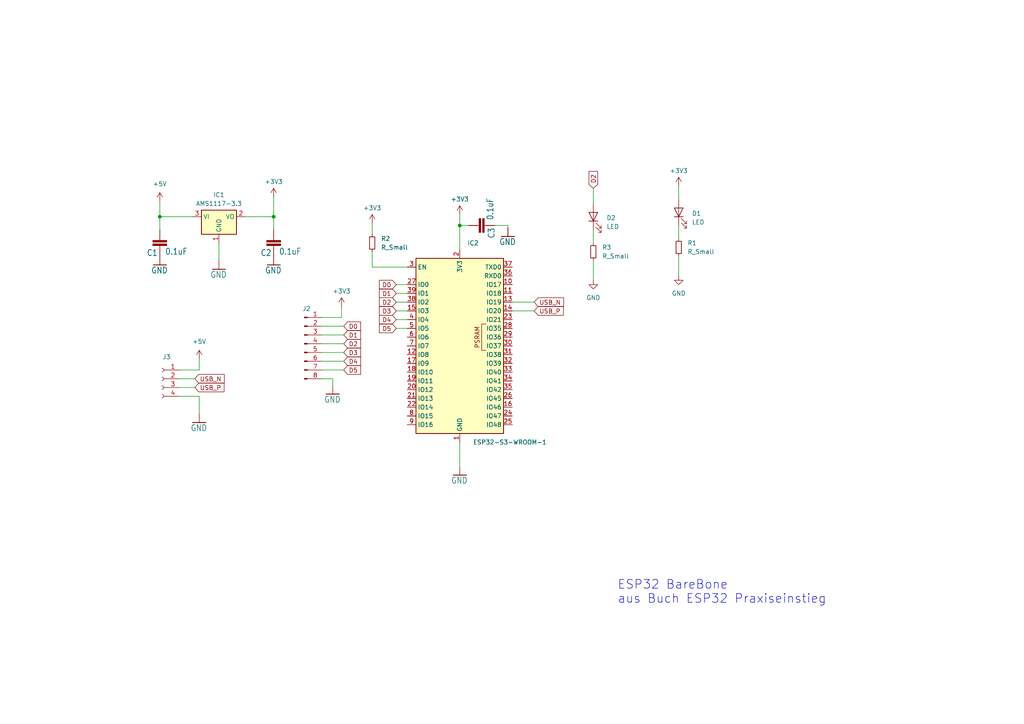
<source format=kicad_sch>
(kicad_sch
	(version 20231120)
	(generator "eeschema")
	(generator_version "8.0")
	(uuid "97444a67-c7a6-4ecf-b348-c947cd9a4651")
	(paper "A4")
	(lib_symbols
		(symbol "555 Ftxiao RP2040 RevA-eagle-import:C-EUC1206"
			(exclude_from_sim no)
			(in_bom yes)
			(on_board yes)
			(property "Reference" "C"
				(at 1.524 0.381 0)
				(effects
					(font
						(size 1.778 1.5113)
					)
					(justify left bottom)
				)
			)
			(property "Value" ""
				(at 1.524 -4.699 0)
				(effects
					(font
						(size 1.778 1.5113)
					)
					(justify left bottom)
				)
			)
			(property "Footprint" "555 Ftxiao RP2040 RevA:C1206"
				(at 0 0 0)
				(effects
					(font
						(size 1.27 1.27)
					)
					(hide yes)
				)
			)
			(property "Datasheet" ""
				(at 0 0 0)
				(effects
					(font
						(size 1.27 1.27)
					)
					(hide yes)
				)
			)
			(property "Description" ""
				(at 0 0 0)
				(effects
					(font
						(size 1.27 1.27)
					)
					(hide yes)
				)
			)
			(property "ki_locked" ""
				(at 0 0 0)
				(effects
					(font
						(size 1.27 1.27)
					)
				)
			)
			(symbol "C-EUC1206_1_0"
				(rectangle
					(start -2.032 -2.032)
					(end 2.032 -1.524)
					(stroke
						(width 0)
						(type default)
					)
					(fill
						(type outline)
					)
				)
				(rectangle
					(start -2.032 -1.016)
					(end 2.032 -0.508)
					(stroke
						(width 0)
						(type default)
					)
					(fill
						(type outline)
					)
				)
				(polyline
					(pts
						(xy 0 -2.54) (xy 0 -2.032)
					)
					(stroke
						(width 0.1524)
						(type solid)
					)
					(fill
						(type none)
					)
				)
				(polyline
					(pts
						(xy 0 0) (xy 0 -0.508)
					)
					(stroke
						(width 0.1524)
						(type solid)
					)
					(fill
						(type none)
					)
				)
				(pin passive line
					(at 0 2.54 270)
					(length 2.54)
					(name "1"
						(effects
							(font
								(size 0 0)
							)
						)
					)
					(number "1"
						(effects
							(font
								(size 0 0)
							)
						)
					)
				)
				(pin passive line
					(at 0 -5.08 90)
					(length 2.54)
					(name "2"
						(effects
							(font
								(size 0 0)
							)
						)
					)
					(number "2"
						(effects
							(font
								(size 0 0)
							)
						)
					)
				)
			)
		)
		(symbol "555 Ftxiao RP2040 RevA-eagle-import:GND"
			(power)
			(exclude_from_sim no)
			(in_bom yes)
			(on_board yes)
			(property "Reference" "#GND"
				(at 0 0 0)
				(effects
					(font
						(size 1.27 1.27)
					)
					(hide yes)
				)
			)
			(property "Value" "GND"
				(at -2.54 -2.54 0)
				(effects
					(font
						(size 1.778 1.5113)
					)
					(justify left bottom)
				)
			)
			(property "Footprint" ""
				(at 0 0 0)
				(effects
					(font
						(size 1.27 1.27)
					)
					(hide yes)
				)
			)
			(property "Datasheet" ""
				(at 0 0 0)
				(effects
					(font
						(size 1.27 1.27)
					)
					(hide yes)
				)
			)
			(property "Description" ""
				(at 0 0 0)
				(effects
					(font
						(size 1.27 1.27)
					)
					(hide yes)
				)
			)
			(property "ki_locked" ""
				(at 0 0 0)
				(effects
					(font
						(size 1.27 1.27)
					)
				)
			)
			(symbol "GND_1_0"
				(polyline
					(pts
						(xy -1.905 0) (xy 1.905 0)
					)
					(stroke
						(width 0.254)
						(type solid)
					)
					(fill
						(type none)
					)
				)
				(pin power_in line
					(at 0 2.54 270)
					(length 2.54)
					(name "GND"
						(effects
							(font
								(size 0 0)
							)
						)
					)
					(number "1"
						(effects
							(font
								(size 0 0)
							)
						)
					)
				)
			)
		)
		(symbol "Connector:Conn_01x04_Socket"
			(pin_names
				(offset 1.016) hide)
			(exclude_from_sim no)
			(in_bom yes)
			(on_board yes)
			(property "Reference" "J"
				(at 0 5.08 0)
				(effects
					(font
						(size 1.27 1.27)
					)
				)
			)
			(property "Value" "Conn_01x04_Socket"
				(at 0 -7.62 0)
				(effects
					(font
						(size 1.27 1.27)
					)
				)
			)
			(property "Footprint" ""
				(at 0 0 0)
				(effects
					(font
						(size 1.27 1.27)
					)
					(hide yes)
				)
			)
			(property "Datasheet" "~"
				(at 0 0 0)
				(effects
					(font
						(size 1.27 1.27)
					)
					(hide yes)
				)
			)
			(property "Description" "Generic connector, single row, 01x04, script generated"
				(at 0 0 0)
				(effects
					(font
						(size 1.27 1.27)
					)
					(hide yes)
				)
			)
			(property "ki_locked" ""
				(at 0 0 0)
				(effects
					(font
						(size 1.27 1.27)
					)
				)
			)
			(property "ki_keywords" "connector"
				(at 0 0 0)
				(effects
					(font
						(size 1.27 1.27)
					)
					(hide yes)
				)
			)
			(property "ki_fp_filters" "Connector*:*_1x??_*"
				(at 0 0 0)
				(effects
					(font
						(size 1.27 1.27)
					)
					(hide yes)
				)
			)
			(symbol "Conn_01x04_Socket_1_1"
				(arc
					(start 0 -4.572)
					(mid -0.5058 -5.08)
					(end 0 -5.588)
					(stroke
						(width 0.1524)
						(type default)
					)
					(fill
						(type none)
					)
				)
				(arc
					(start 0 -2.032)
					(mid -0.5058 -2.54)
					(end 0 -3.048)
					(stroke
						(width 0.1524)
						(type default)
					)
					(fill
						(type none)
					)
				)
				(polyline
					(pts
						(xy -1.27 -5.08) (xy -0.508 -5.08)
					)
					(stroke
						(width 0.1524)
						(type default)
					)
					(fill
						(type none)
					)
				)
				(polyline
					(pts
						(xy -1.27 -2.54) (xy -0.508 -2.54)
					)
					(stroke
						(width 0.1524)
						(type default)
					)
					(fill
						(type none)
					)
				)
				(polyline
					(pts
						(xy -1.27 0) (xy -0.508 0)
					)
					(stroke
						(width 0.1524)
						(type default)
					)
					(fill
						(type none)
					)
				)
				(polyline
					(pts
						(xy -1.27 2.54) (xy -0.508 2.54)
					)
					(stroke
						(width 0.1524)
						(type default)
					)
					(fill
						(type none)
					)
				)
				(arc
					(start 0 0.508)
					(mid -0.5058 0)
					(end 0 -0.508)
					(stroke
						(width 0.1524)
						(type default)
					)
					(fill
						(type none)
					)
				)
				(arc
					(start 0 3.048)
					(mid -0.5058 2.54)
					(end 0 2.032)
					(stroke
						(width 0.1524)
						(type default)
					)
					(fill
						(type none)
					)
				)
				(pin passive line
					(at -5.08 2.54 0)
					(length 3.81)
					(name "Pin_1"
						(effects
							(font
								(size 1.27 1.27)
							)
						)
					)
					(number "1"
						(effects
							(font
								(size 1.27 1.27)
							)
						)
					)
				)
				(pin passive line
					(at -5.08 0 0)
					(length 3.81)
					(name "Pin_2"
						(effects
							(font
								(size 1.27 1.27)
							)
						)
					)
					(number "2"
						(effects
							(font
								(size 1.27 1.27)
							)
						)
					)
				)
				(pin passive line
					(at -5.08 -2.54 0)
					(length 3.81)
					(name "Pin_3"
						(effects
							(font
								(size 1.27 1.27)
							)
						)
					)
					(number "3"
						(effects
							(font
								(size 1.27 1.27)
							)
						)
					)
				)
				(pin passive line
					(at -5.08 -5.08 0)
					(length 3.81)
					(name "Pin_4"
						(effects
							(font
								(size 1.27 1.27)
							)
						)
					)
					(number "4"
						(effects
							(font
								(size 1.27 1.27)
							)
						)
					)
				)
			)
		)
		(symbol "Connector:Conn_01x08_Pin"
			(pin_names
				(offset 1.016) hide)
			(exclude_from_sim no)
			(in_bom yes)
			(on_board yes)
			(property "Reference" "J"
				(at 0 10.16 0)
				(effects
					(font
						(size 1.27 1.27)
					)
				)
			)
			(property "Value" "Conn_01x08_Pin"
				(at 0 -12.7 0)
				(effects
					(font
						(size 1.27 1.27)
					)
				)
			)
			(property "Footprint" ""
				(at 0 0 0)
				(effects
					(font
						(size 1.27 1.27)
					)
					(hide yes)
				)
			)
			(property "Datasheet" "~"
				(at 0 0 0)
				(effects
					(font
						(size 1.27 1.27)
					)
					(hide yes)
				)
			)
			(property "Description" "Generic connector, single row, 01x08, script generated"
				(at 0 0 0)
				(effects
					(font
						(size 1.27 1.27)
					)
					(hide yes)
				)
			)
			(property "ki_locked" ""
				(at 0 0 0)
				(effects
					(font
						(size 1.27 1.27)
					)
				)
			)
			(property "ki_keywords" "connector"
				(at 0 0 0)
				(effects
					(font
						(size 1.27 1.27)
					)
					(hide yes)
				)
			)
			(property "ki_fp_filters" "Connector*:*_1x??_*"
				(at 0 0 0)
				(effects
					(font
						(size 1.27 1.27)
					)
					(hide yes)
				)
			)
			(symbol "Conn_01x08_Pin_1_1"
				(polyline
					(pts
						(xy 1.27 -10.16) (xy 0.8636 -10.16)
					)
					(stroke
						(width 0.1524)
						(type default)
					)
					(fill
						(type none)
					)
				)
				(polyline
					(pts
						(xy 1.27 -7.62) (xy 0.8636 -7.62)
					)
					(stroke
						(width 0.1524)
						(type default)
					)
					(fill
						(type none)
					)
				)
				(polyline
					(pts
						(xy 1.27 -5.08) (xy 0.8636 -5.08)
					)
					(stroke
						(width 0.1524)
						(type default)
					)
					(fill
						(type none)
					)
				)
				(polyline
					(pts
						(xy 1.27 -2.54) (xy 0.8636 -2.54)
					)
					(stroke
						(width 0.1524)
						(type default)
					)
					(fill
						(type none)
					)
				)
				(polyline
					(pts
						(xy 1.27 0) (xy 0.8636 0)
					)
					(stroke
						(width 0.1524)
						(type default)
					)
					(fill
						(type none)
					)
				)
				(polyline
					(pts
						(xy 1.27 2.54) (xy 0.8636 2.54)
					)
					(stroke
						(width 0.1524)
						(type default)
					)
					(fill
						(type none)
					)
				)
				(polyline
					(pts
						(xy 1.27 5.08) (xy 0.8636 5.08)
					)
					(stroke
						(width 0.1524)
						(type default)
					)
					(fill
						(type none)
					)
				)
				(polyline
					(pts
						(xy 1.27 7.62) (xy 0.8636 7.62)
					)
					(stroke
						(width 0.1524)
						(type default)
					)
					(fill
						(type none)
					)
				)
				(rectangle
					(start 0.8636 -10.033)
					(end 0 -10.287)
					(stroke
						(width 0.1524)
						(type default)
					)
					(fill
						(type outline)
					)
				)
				(rectangle
					(start 0.8636 -7.493)
					(end 0 -7.747)
					(stroke
						(width 0.1524)
						(type default)
					)
					(fill
						(type outline)
					)
				)
				(rectangle
					(start 0.8636 -4.953)
					(end 0 -5.207)
					(stroke
						(width 0.1524)
						(type default)
					)
					(fill
						(type outline)
					)
				)
				(rectangle
					(start 0.8636 -2.413)
					(end 0 -2.667)
					(stroke
						(width 0.1524)
						(type default)
					)
					(fill
						(type outline)
					)
				)
				(rectangle
					(start 0.8636 0.127)
					(end 0 -0.127)
					(stroke
						(width 0.1524)
						(type default)
					)
					(fill
						(type outline)
					)
				)
				(rectangle
					(start 0.8636 2.667)
					(end 0 2.413)
					(stroke
						(width 0.1524)
						(type default)
					)
					(fill
						(type outline)
					)
				)
				(rectangle
					(start 0.8636 5.207)
					(end 0 4.953)
					(stroke
						(width 0.1524)
						(type default)
					)
					(fill
						(type outline)
					)
				)
				(rectangle
					(start 0.8636 7.747)
					(end 0 7.493)
					(stroke
						(width 0.1524)
						(type default)
					)
					(fill
						(type outline)
					)
				)
				(pin passive line
					(at 5.08 7.62 180)
					(length 3.81)
					(name "Pin_1"
						(effects
							(font
								(size 1.27 1.27)
							)
						)
					)
					(number "1"
						(effects
							(font
								(size 1.27 1.27)
							)
						)
					)
				)
				(pin passive line
					(at 5.08 5.08 180)
					(length 3.81)
					(name "Pin_2"
						(effects
							(font
								(size 1.27 1.27)
							)
						)
					)
					(number "2"
						(effects
							(font
								(size 1.27 1.27)
							)
						)
					)
				)
				(pin passive line
					(at 5.08 2.54 180)
					(length 3.81)
					(name "Pin_3"
						(effects
							(font
								(size 1.27 1.27)
							)
						)
					)
					(number "3"
						(effects
							(font
								(size 1.27 1.27)
							)
						)
					)
				)
				(pin passive line
					(at 5.08 0 180)
					(length 3.81)
					(name "Pin_4"
						(effects
							(font
								(size 1.27 1.27)
							)
						)
					)
					(number "4"
						(effects
							(font
								(size 1.27 1.27)
							)
						)
					)
				)
				(pin passive line
					(at 5.08 -2.54 180)
					(length 3.81)
					(name "Pin_5"
						(effects
							(font
								(size 1.27 1.27)
							)
						)
					)
					(number "5"
						(effects
							(font
								(size 1.27 1.27)
							)
						)
					)
				)
				(pin passive line
					(at 5.08 -5.08 180)
					(length 3.81)
					(name "Pin_6"
						(effects
							(font
								(size 1.27 1.27)
							)
						)
					)
					(number "6"
						(effects
							(font
								(size 1.27 1.27)
							)
						)
					)
				)
				(pin passive line
					(at 5.08 -7.62 180)
					(length 3.81)
					(name "Pin_7"
						(effects
							(font
								(size 1.27 1.27)
							)
						)
					)
					(number "7"
						(effects
							(font
								(size 1.27 1.27)
							)
						)
					)
				)
				(pin passive line
					(at 5.08 -10.16 180)
					(length 3.81)
					(name "Pin_8"
						(effects
							(font
								(size 1.27 1.27)
							)
						)
					)
					(number "8"
						(effects
							(font
								(size 1.27 1.27)
							)
						)
					)
				)
			)
		)
		(symbol "Device:LED"
			(pin_numbers hide)
			(pin_names
				(offset 1.016) hide)
			(exclude_from_sim no)
			(in_bom yes)
			(on_board yes)
			(property "Reference" "D"
				(at 0 2.54 0)
				(effects
					(font
						(size 1.27 1.27)
					)
				)
			)
			(property "Value" "LED"
				(at 0 -2.54 0)
				(effects
					(font
						(size 1.27 1.27)
					)
				)
			)
			(property "Footprint" ""
				(at 0 0 0)
				(effects
					(font
						(size 1.27 1.27)
					)
					(hide yes)
				)
			)
			(property "Datasheet" "~"
				(at 0 0 0)
				(effects
					(font
						(size 1.27 1.27)
					)
					(hide yes)
				)
			)
			(property "Description" "Light emitting diode"
				(at 0 0 0)
				(effects
					(font
						(size 1.27 1.27)
					)
					(hide yes)
				)
			)
			(property "ki_keywords" "LED diode"
				(at 0 0 0)
				(effects
					(font
						(size 1.27 1.27)
					)
					(hide yes)
				)
			)
			(property "ki_fp_filters" "LED* LED_SMD:* LED_THT:*"
				(at 0 0 0)
				(effects
					(font
						(size 1.27 1.27)
					)
					(hide yes)
				)
			)
			(symbol "LED_0_1"
				(polyline
					(pts
						(xy -1.27 -1.27) (xy -1.27 1.27)
					)
					(stroke
						(width 0.2032)
						(type solid)
					)
					(fill
						(type none)
					)
				)
				(polyline
					(pts
						(xy -1.27 0) (xy 1.27 0)
					)
					(stroke
						(width 0)
						(type solid)
					)
					(fill
						(type none)
					)
				)
				(polyline
					(pts
						(xy 1.27 -1.27) (xy 1.27 1.27) (xy -1.27 0) (xy 1.27 -1.27)
					)
					(stroke
						(width 0.2032)
						(type solid)
					)
					(fill
						(type none)
					)
				)
				(polyline
					(pts
						(xy -3.048 -0.762) (xy -4.572 -2.286) (xy -3.81 -2.286) (xy -4.572 -2.286) (xy -4.572 -1.524)
					)
					(stroke
						(width 0)
						(type solid)
					)
					(fill
						(type none)
					)
				)
				(polyline
					(pts
						(xy -1.778 -0.762) (xy -3.302 -2.286) (xy -2.54 -2.286) (xy -3.302 -2.286) (xy -3.302 -1.524)
					)
					(stroke
						(width 0)
						(type solid)
					)
					(fill
						(type none)
					)
				)
			)
			(symbol "LED_1_1"
				(pin passive line
					(at -3.81 0 0)
					(length 2.54)
					(name "K"
						(effects
							(font
								(size 1.27 1.27)
							)
						)
					)
					(number "1"
						(effects
							(font
								(size 1.27 1.27)
							)
						)
					)
				)
				(pin passive line
					(at 3.81 0 180)
					(length 2.54)
					(name "A"
						(effects
							(font
								(size 1.27 1.27)
							)
						)
					)
					(number "2"
						(effects
							(font
								(size 1.27 1.27)
							)
						)
					)
				)
			)
		)
		(symbol "Device:R_Small"
			(pin_numbers hide)
			(pin_names
				(offset 0.254) hide)
			(exclude_from_sim no)
			(in_bom yes)
			(on_board yes)
			(property "Reference" "R"
				(at 0.762 0.508 0)
				(effects
					(font
						(size 1.27 1.27)
					)
					(justify left)
				)
			)
			(property "Value" "R_Small"
				(at 0.762 -1.016 0)
				(effects
					(font
						(size 1.27 1.27)
					)
					(justify left)
				)
			)
			(property "Footprint" ""
				(at 0 0 0)
				(effects
					(font
						(size 1.27 1.27)
					)
					(hide yes)
				)
			)
			(property "Datasheet" "~"
				(at 0 0 0)
				(effects
					(font
						(size 1.27 1.27)
					)
					(hide yes)
				)
			)
			(property "Description" "Resistor, small symbol"
				(at 0 0 0)
				(effects
					(font
						(size 1.27 1.27)
					)
					(hide yes)
				)
			)
			(property "ki_keywords" "R resistor"
				(at 0 0 0)
				(effects
					(font
						(size 1.27 1.27)
					)
					(hide yes)
				)
			)
			(property "ki_fp_filters" "R_*"
				(at 0 0 0)
				(effects
					(font
						(size 1.27 1.27)
					)
					(hide yes)
				)
			)
			(symbol "R_Small_0_1"
				(rectangle
					(start -0.762 1.778)
					(end 0.762 -1.778)
					(stroke
						(width 0.2032)
						(type solid)
					)
					(fill
						(type none)
					)
				)
			)
			(symbol "R_Small_1_1"
				(pin passive line
					(at 0 2.54 270)
					(length 0.762)
					(name "~"
						(effects
							(font
								(size 1.27 1.27)
							)
						)
					)
					(number "1"
						(effects
							(font
								(size 1.27 1.27)
							)
						)
					)
				)
				(pin passive line
					(at 0 -2.54 90)
					(length 0.762)
					(name "~"
						(effects
							(font
								(size 1.27 1.27)
							)
						)
					)
					(number "2"
						(effects
							(font
								(size 1.27 1.27)
							)
						)
					)
				)
			)
		)
		(symbol "RF_Module:ESP32-S3-WROOM-1"
			(exclude_from_sim no)
			(in_bom yes)
			(on_board yes)
			(property "Reference" "U"
				(at -12.7 26.67 0)
				(effects
					(font
						(size 1.27 1.27)
					)
				)
			)
			(property "Value" "ESP32-S3-WROOM-1"
				(at 12.7 26.67 0)
				(effects
					(font
						(size 1.27 1.27)
					)
				)
			)
			(property "Footprint" "RF_Module:ESP32-S3-WROOM-1"
				(at 0 2.54 0)
				(effects
					(font
						(size 1.27 1.27)
					)
					(hide yes)
				)
			)
			(property "Datasheet" "https://www.espressif.com/sites/default/files/documentation/esp32-s3-wroom-1_wroom-1u_datasheet_en.pdf"
				(at 0 0 0)
				(effects
					(font
						(size 1.27 1.27)
					)
					(hide yes)
				)
			)
			(property "Description" "RF Module, ESP32-S3 SoC, Wi-Fi 802.11b/g/n, Bluetooth, BLE, 32-bit, 3.3V, onboard antenna, SMD"
				(at 0 0 0)
				(effects
					(font
						(size 1.27 1.27)
					)
					(hide yes)
				)
			)
			(property "ki_keywords" "RF Radio BT ESP ESP32-S3 Espressif onboard PCB antenna"
				(at 0 0 0)
				(effects
					(font
						(size 1.27 1.27)
					)
					(hide yes)
				)
			)
			(property "ki_fp_filters" "ESP32?S3?WROOM?1*"
				(at 0 0 0)
				(effects
					(font
						(size 1.27 1.27)
					)
					(hide yes)
				)
			)
			(symbol "ESP32-S3-WROOM-1_0_0"
				(rectangle
					(start -12.7 25.4)
					(end 12.7 -25.4)
					(stroke
						(width 0.254)
						(type default)
					)
					(fill
						(type background)
					)
				)
				(text "PSRAM"
					(at 5.08 2.54 900)
					(effects
						(font
							(size 1.27 1.27)
						)
					)
				)
			)
			(symbol "ESP32-S3-WROOM-1_0_1"
				(polyline
					(pts
						(xy 7.62 -1.27) (xy 6.35 -1.27) (xy 6.35 6.35) (xy 7.62 6.35)
					)
					(stroke
						(width 0)
						(type default)
					)
					(fill
						(type none)
					)
				)
			)
			(symbol "ESP32-S3-WROOM-1_1_1"
				(pin power_in line
					(at 0 -27.94 90)
					(length 2.54)
					(name "GND"
						(effects
							(font
								(size 1.27 1.27)
							)
						)
					)
					(number "1"
						(effects
							(font
								(size 1.27 1.27)
							)
						)
					)
				)
				(pin bidirectional line
					(at 15.24 17.78 180)
					(length 2.54)
					(name "IO17"
						(effects
							(font
								(size 1.27 1.27)
							)
						)
					)
					(number "10"
						(effects
							(font
								(size 1.27 1.27)
							)
						)
					)
				)
				(pin bidirectional line
					(at 15.24 15.24 180)
					(length 2.54)
					(name "IO18"
						(effects
							(font
								(size 1.27 1.27)
							)
						)
					)
					(number "11"
						(effects
							(font
								(size 1.27 1.27)
							)
						)
					)
				)
				(pin bidirectional line
					(at -15.24 -2.54 0)
					(length 2.54)
					(name "IO8"
						(effects
							(font
								(size 1.27 1.27)
							)
						)
					)
					(number "12"
						(effects
							(font
								(size 1.27 1.27)
							)
						)
					)
				)
				(pin bidirectional line
					(at 15.24 12.7 180)
					(length 2.54)
					(name "IO19"
						(effects
							(font
								(size 1.27 1.27)
							)
						)
					)
					(number "13"
						(effects
							(font
								(size 1.27 1.27)
							)
						)
					)
				)
				(pin bidirectional line
					(at 15.24 10.16 180)
					(length 2.54)
					(name "IO20"
						(effects
							(font
								(size 1.27 1.27)
							)
						)
					)
					(number "14"
						(effects
							(font
								(size 1.27 1.27)
							)
						)
					)
				)
				(pin bidirectional line
					(at -15.24 10.16 0)
					(length 2.54)
					(name "IO3"
						(effects
							(font
								(size 1.27 1.27)
							)
						)
					)
					(number "15"
						(effects
							(font
								(size 1.27 1.27)
							)
						)
					)
				)
				(pin bidirectional line
					(at 15.24 -17.78 180)
					(length 2.54)
					(name "IO46"
						(effects
							(font
								(size 1.27 1.27)
							)
						)
					)
					(number "16"
						(effects
							(font
								(size 1.27 1.27)
							)
						)
					)
				)
				(pin bidirectional line
					(at -15.24 -5.08 0)
					(length 2.54)
					(name "IO9"
						(effects
							(font
								(size 1.27 1.27)
							)
						)
					)
					(number "17"
						(effects
							(font
								(size 1.27 1.27)
							)
						)
					)
				)
				(pin bidirectional line
					(at -15.24 -7.62 0)
					(length 2.54)
					(name "IO10"
						(effects
							(font
								(size 1.27 1.27)
							)
						)
					)
					(number "18"
						(effects
							(font
								(size 1.27 1.27)
							)
						)
					)
				)
				(pin bidirectional line
					(at -15.24 -10.16 0)
					(length 2.54)
					(name "IO11"
						(effects
							(font
								(size 1.27 1.27)
							)
						)
					)
					(number "19"
						(effects
							(font
								(size 1.27 1.27)
							)
						)
					)
				)
				(pin power_in line
					(at 0 27.94 270)
					(length 2.54)
					(name "3V3"
						(effects
							(font
								(size 1.27 1.27)
							)
						)
					)
					(number "2"
						(effects
							(font
								(size 1.27 1.27)
							)
						)
					)
				)
				(pin bidirectional line
					(at -15.24 -12.7 0)
					(length 2.54)
					(name "IO12"
						(effects
							(font
								(size 1.27 1.27)
							)
						)
					)
					(number "20"
						(effects
							(font
								(size 1.27 1.27)
							)
						)
					)
				)
				(pin bidirectional line
					(at -15.24 -15.24 0)
					(length 2.54)
					(name "IO13"
						(effects
							(font
								(size 1.27 1.27)
							)
						)
					)
					(number "21"
						(effects
							(font
								(size 1.27 1.27)
							)
						)
					)
				)
				(pin bidirectional line
					(at -15.24 -17.78 0)
					(length 2.54)
					(name "IO14"
						(effects
							(font
								(size 1.27 1.27)
							)
						)
					)
					(number "22"
						(effects
							(font
								(size 1.27 1.27)
							)
						)
					)
				)
				(pin bidirectional line
					(at 15.24 7.62 180)
					(length 2.54)
					(name "IO21"
						(effects
							(font
								(size 1.27 1.27)
							)
						)
					)
					(number "23"
						(effects
							(font
								(size 1.27 1.27)
							)
						)
					)
				)
				(pin bidirectional line
					(at 15.24 -20.32 180)
					(length 2.54)
					(name "IO47"
						(effects
							(font
								(size 1.27 1.27)
							)
						)
					)
					(number "24"
						(effects
							(font
								(size 1.27 1.27)
							)
						)
					)
				)
				(pin bidirectional line
					(at 15.24 -22.86 180)
					(length 2.54)
					(name "IO48"
						(effects
							(font
								(size 1.27 1.27)
							)
						)
					)
					(number "25"
						(effects
							(font
								(size 1.27 1.27)
							)
						)
					)
				)
				(pin bidirectional line
					(at 15.24 -15.24 180)
					(length 2.54)
					(name "IO45"
						(effects
							(font
								(size 1.27 1.27)
							)
						)
					)
					(number "26"
						(effects
							(font
								(size 1.27 1.27)
							)
						)
					)
				)
				(pin bidirectional line
					(at -15.24 17.78 0)
					(length 2.54)
					(name "IO0"
						(effects
							(font
								(size 1.27 1.27)
							)
						)
					)
					(number "27"
						(effects
							(font
								(size 1.27 1.27)
							)
						)
					)
				)
				(pin bidirectional line
					(at 15.24 5.08 180)
					(length 2.54)
					(name "IO35"
						(effects
							(font
								(size 1.27 1.27)
							)
						)
					)
					(number "28"
						(effects
							(font
								(size 1.27 1.27)
							)
						)
					)
				)
				(pin bidirectional line
					(at 15.24 2.54 180)
					(length 2.54)
					(name "IO36"
						(effects
							(font
								(size 1.27 1.27)
							)
						)
					)
					(number "29"
						(effects
							(font
								(size 1.27 1.27)
							)
						)
					)
				)
				(pin input line
					(at -15.24 22.86 0)
					(length 2.54)
					(name "EN"
						(effects
							(font
								(size 1.27 1.27)
							)
						)
					)
					(number "3"
						(effects
							(font
								(size 1.27 1.27)
							)
						)
					)
				)
				(pin bidirectional line
					(at 15.24 0 180)
					(length 2.54)
					(name "IO37"
						(effects
							(font
								(size 1.27 1.27)
							)
						)
					)
					(number "30"
						(effects
							(font
								(size 1.27 1.27)
							)
						)
					)
				)
				(pin bidirectional line
					(at 15.24 -2.54 180)
					(length 2.54)
					(name "IO38"
						(effects
							(font
								(size 1.27 1.27)
							)
						)
					)
					(number "31"
						(effects
							(font
								(size 1.27 1.27)
							)
						)
					)
				)
				(pin bidirectional line
					(at 15.24 -5.08 180)
					(length 2.54)
					(name "IO39"
						(effects
							(font
								(size 1.27 1.27)
							)
						)
					)
					(number "32"
						(effects
							(font
								(size 1.27 1.27)
							)
						)
					)
				)
				(pin bidirectional line
					(at 15.24 -7.62 180)
					(length 2.54)
					(name "IO40"
						(effects
							(font
								(size 1.27 1.27)
							)
						)
					)
					(number "33"
						(effects
							(font
								(size 1.27 1.27)
							)
						)
					)
				)
				(pin bidirectional line
					(at 15.24 -10.16 180)
					(length 2.54)
					(name "IO41"
						(effects
							(font
								(size 1.27 1.27)
							)
						)
					)
					(number "34"
						(effects
							(font
								(size 1.27 1.27)
							)
						)
					)
				)
				(pin bidirectional line
					(at 15.24 -12.7 180)
					(length 2.54)
					(name "IO42"
						(effects
							(font
								(size 1.27 1.27)
							)
						)
					)
					(number "35"
						(effects
							(font
								(size 1.27 1.27)
							)
						)
					)
				)
				(pin bidirectional line
					(at 15.24 20.32 180)
					(length 2.54)
					(name "RXD0"
						(effects
							(font
								(size 1.27 1.27)
							)
						)
					)
					(number "36"
						(effects
							(font
								(size 1.27 1.27)
							)
						)
					)
				)
				(pin bidirectional line
					(at 15.24 22.86 180)
					(length 2.54)
					(name "TXD0"
						(effects
							(font
								(size 1.27 1.27)
							)
						)
					)
					(number "37"
						(effects
							(font
								(size 1.27 1.27)
							)
						)
					)
				)
				(pin bidirectional line
					(at -15.24 12.7 0)
					(length 2.54)
					(name "IO2"
						(effects
							(font
								(size 1.27 1.27)
							)
						)
					)
					(number "38"
						(effects
							(font
								(size 1.27 1.27)
							)
						)
					)
				)
				(pin bidirectional line
					(at -15.24 15.24 0)
					(length 2.54)
					(name "IO1"
						(effects
							(font
								(size 1.27 1.27)
							)
						)
					)
					(number "39"
						(effects
							(font
								(size 1.27 1.27)
							)
						)
					)
				)
				(pin bidirectional line
					(at -15.24 7.62 0)
					(length 2.54)
					(name "IO4"
						(effects
							(font
								(size 1.27 1.27)
							)
						)
					)
					(number "4"
						(effects
							(font
								(size 1.27 1.27)
							)
						)
					)
				)
				(pin passive line
					(at 0 -27.94 90)
					(length 2.54) hide
					(name "GND"
						(effects
							(font
								(size 1.27 1.27)
							)
						)
					)
					(number "40"
						(effects
							(font
								(size 1.27 1.27)
							)
						)
					)
				)
				(pin passive line
					(at 0 -27.94 90)
					(length 2.54) hide
					(name "GND"
						(effects
							(font
								(size 1.27 1.27)
							)
						)
					)
					(number "41"
						(effects
							(font
								(size 1.27 1.27)
							)
						)
					)
				)
				(pin bidirectional line
					(at -15.24 5.08 0)
					(length 2.54)
					(name "IO5"
						(effects
							(font
								(size 1.27 1.27)
							)
						)
					)
					(number "5"
						(effects
							(font
								(size 1.27 1.27)
							)
						)
					)
				)
				(pin bidirectional line
					(at -15.24 2.54 0)
					(length 2.54)
					(name "IO6"
						(effects
							(font
								(size 1.27 1.27)
							)
						)
					)
					(number "6"
						(effects
							(font
								(size 1.27 1.27)
							)
						)
					)
				)
				(pin bidirectional line
					(at -15.24 0 0)
					(length 2.54)
					(name "IO7"
						(effects
							(font
								(size 1.27 1.27)
							)
						)
					)
					(number "7"
						(effects
							(font
								(size 1.27 1.27)
							)
						)
					)
				)
				(pin bidirectional line
					(at -15.24 -20.32 0)
					(length 2.54)
					(name "IO15"
						(effects
							(font
								(size 1.27 1.27)
							)
						)
					)
					(number "8"
						(effects
							(font
								(size 1.27 1.27)
							)
						)
					)
				)
				(pin bidirectional line
					(at -15.24 -22.86 0)
					(length 2.54)
					(name "IO16"
						(effects
							(font
								(size 1.27 1.27)
							)
						)
					)
					(number "9"
						(effects
							(font
								(size 1.27 1.27)
							)
						)
					)
				)
			)
		)
		(symbol "Regulator_Linear:AMS1117-3.3"
			(exclude_from_sim no)
			(in_bom yes)
			(on_board yes)
			(property "Reference" "U"
				(at -3.81 3.175 0)
				(effects
					(font
						(size 1.27 1.27)
					)
				)
			)
			(property "Value" "AMS1117-3.3"
				(at 0 3.175 0)
				(effects
					(font
						(size 1.27 1.27)
					)
					(justify left)
				)
			)
			(property "Footprint" "Package_TO_SOT_SMD:SOT-223-3_TabPin2"
				(at 0 5.08 0)
				(effects
					(font
						(size 1.27 1.27)
					)
					(hide yes)
				)
			)
			(property "Datasheet" "http://www.advanced-monolithic.com/pdf/ds1117.pdf"
				(at 2.54 -6.35 0)
				(effects
					(font
						(size 1.27 1.27)
					)
					(hide yes)
				)
			)
			(property "Description" "1A Low Dropout regulator, positive, 3.3V fixed output, SOT-223"
				(at 0 0 0)
				(effects
					(font
						(size 1.27 1.27)
					)
					(hide yes)
				)
			)
			(property "ki_keywords" "linear regulator ldo fixed positive"
				(at 0 0 0)
				(effects
					(font
						(size 1.27 1.27)
					)
					(hide yes)
				)
			)
			(property "ki_fp_filters" "SOT?223*TabPin2*"
				(at 0 0 0)
				(effects
					(font
						(size 1.27 1.27)
					)
					(hide yes)
				)
			)
			(symbol "AMS1117-3.3_0_1"
				(rectangle
					(start -5.08 -5.08)
					(end 5.08 1.905)
					(stroke
						(width 0.254)
						(type default)
					)
					(fill
						(type background)
					)
				)
			)
			(symbol "AMS1117-3.3_1_1"
				(pin power_in line
					(at 0 -7.62 90)
					(length 2.54)
					(name "GND"
						(effects
							(font
								(size 1.27 1.27)
							)
						)
					)
					(number "1"
						(effects
							(font
								(size 1.27 1.27)
							)
						)
					)
				)
				(pin power_out line
					(at 7.62 0 180)
					(length 2.54)
					(name "VO"
						(effects
							(font
								(size 1.27 1.27)
							)
						)
					)
					(number "2"
						(effects
							(font
								(size 1.27 1.27)
							)
						)
					)
				)
				(pin power_in line
					(at -7.62 0 0)
					(length 2.54)
					(name "VI"
						(effects
							(font
								(size 1.27 1.27)
							)
						)
					)
					(number "3"
						(effects
							(font
								(size 1.27 1.27)
							)
						)
					)
				)
			)
		)
		(symbol "power:+3.3V"
			(power)
			(pin_names
				(offset 0)
			)
			(exclude_from_sim no)
			(in_bom yes)
			(on_board yes)
			(property "Reference" "#PWR"
				(at 0 -3.81 0)
				(effects
					(font
						(size 1.27 1.27)
					)
					(hide yes)
				)
			)
			(property "Value" "+3.3V"
				(at 0 3.556 0)
				(effects
					(font
						(size 1.27 1.27)
					)
				)
			)
			(property "Footprint" ""
				(at 0 0 0)
				(effects
					(font
						(size 1.27 1.27)
					)
					(hide yes)
				)
			)
			(property "Datasheet" ""
				(at 0 0 0)
				(effects
					(font
						(size 1.27 1.27)
					)
					(hide yes)
				)
			)
			(property "Description" "Power symbol creates a global label with name \"+3.3V\""
				(at 0 0 0)
				(effects
					(font
						(size 1.27 1.27)
					)
					(hide yes)
				)
			)
			(property "ki_keywords" "power-flag"
				(at 0 0 0)
				(effects
					(font
						(size 1.27 1.27)
					)
					(hide yes)
				)
			)
			(symbol "+3.3V_0_1"
				(polyline
					(pts
						(xy -0.762 1.27) (xy 0 2.54)
					)
					(stroke
						(width 0)
						(type solid)
					)
					(fill
						(type none)
					)
				)
				(polyline
					(pts
						(xy 0 0) (xy 0 2.54)
					)
					(stroke
						(width 0)
						(type solid)
					)
					(fill
						(type none)
					)
				)
				(polyline
					(pts
						(xy 0 2.54) (xy 0.762 1.27)
					)
					(stroke
						(width 0)
						(type solid)
					)
					(fill
						(type none)
					)
				)
			)
			(symbol "+3.3V_1_1"
				(pin power_in line
					(at 0 0 90)
					(length 0) hide
					(name "+3V3"
						(effects
							(font
								(size 1.27 1.27)
							)
						)
					)
					(number "1"
						(effects
							(font
								(size 1.27 1.27)
							)
						)
					)
				)
			)
		)
		(symbol "power:+5V"
			(power)
			(pin_names
				(offset 0)
			)
			(exclude_from_sim no)
			(in_bom yes)
			(on_board yes)
			(property "Reference" "#PWR"
				(at 0 -3.81 0)
				(effects
					(font
						(size 1.27 1.27)
					)
					(hide yes)
				)
			)
			(property "Value" "+5V"
				(at 0 3.556 0)
				(effects
					(font
						(size 1.27 1.27)
					)
				)
			)
			(property "Footprint" ""
				(at 0 0 0)
				(effects
					(font
						(size 1.27 1.27)
					)
					(hide yes)
				)
			)
			(property "Datasheet" ""
				(at 0 0 0)
				(effects
					(font
						(size 1.27 1.27)
					)
					(hide yes)
				)
			)
			(property "Description" "Power symbol creates a global label with name \"+5V\""
				(at 0 0 0)
				(effects
					(font
						(size 1.27 1.27)
					)
					(hide yes)
				)
			)
			(property "ki_keywords" "power-flag"
				(at 0 0 0)
				(effects
					(font
						(size 1.27 1.27)
					)
					(hide yes)
				)
			)
			(symbol "+5V_0_1"
				(polyline
					(pts
						(xy -0.762 1.27) (xy 0 2.54)
					)
					(stroke
						(width 0)
						(type solid)
					)
					(fill
						(type none)
					)
				)
				(polyline
					(pts
						(xy 0 0) (xy 0 2.54)
					)
					(stroke
						(width 0)
						(type solid)
					)
					(fill
						(type none)
					)
				)
				(polyline
					(pts
						(xy 0 2.54) (xy 0.762 1.27)
					)
					(stroke
						(width 0)
						(type solid)
					)
					(fill
						(type none)
					)
				)
			)
			(symbol "+5V_1_1"
				(pin power_in line
					(at 0 0 90)
					(length 0) hide
					(name "+5V"
						(effects
							(font
								(size 1.27 1.27)
							)
						)
					)
					(number "1"
						(effects
							(font
								(size 1.27 1.27)
							)
						)
					)
				)
			)
		)
		(symbol "power:GND"
			(power)
			(pin_names
				(offset 0)
			)
			(exclude_from_sim no)
			(in_bom yes)
			(on_board yes)
			(property "Reference" "#PWR"
				(at 0 -6.35 0)
				(effects
					(font
						(size 1.27 1.27)
					)
					(hide yes)
				)
			)
			(property "Value" "GND"
				(at 0 -3.81 0)
				(effects
					(font
						(size 1.27 1.27)
					)
				)
			)
			(property "Footprint" ""
				(at 0 0 0)
				(effects
					(font
						(size 1.27 1.27)
					)
					(hide yes)
				)
			)
			(property "Datasheet" ""
				(at 0 0 0)
				(effects
					(font
						(size 1.27 1.27)
					)
					(hide yes)
				)
			)
			(property "Description" "Power symbol creates a global label with name \"GND\" , ground"
				(at 0 0 0)
				(effects
					(font
						(size 1.27 1.27)
					)
					(hide yes)
				)
			)
			(property "ki_keywords" "power-flag"
				(at 0 0 0)
				(effects
					(font
						(size 1.27 1.27)
					)
					(hide yes)
				)
			)
			(symbol "GND_0_1"
				(polyline
					(pts
						(xy 0 0) (xy 0 -1.27) (xy 1.27 -1.27) (xy 0 -2.54) (xy -1.27 -1.27) (xy 0 -1.27)
					)
					(stroke
						(width 0)
						(type solid)
					)
					(fill
						(type none)
					)
				)
			)
			(symbol "GND_1_1"
				(pin power_in line
					(at 0 0 270)
					(length 0) hide
					(name "GND"
						(effects
							(font
								(size 1.27 1.27)
							)
						)
					)
					(number "1"
						(effects
							(font
								(size 1.27 1.27)
							)
						)
					)
				)
			)
		)
	)
	(junction
		(at 133.35 65.405)
		(diameter 0)
		(color 0 0 0 0)
		(uuid "3b9f8d4e-4a57-4765-95b2-0f8713523881")
	)
	(junction
		(at 79.375 62.865)
		(diameter 0)
		(color 0 0 0 0)
		(uuid "62c5f30b-58c7-45c4-9e5c-414e52cb892f")
	)
	(junction
		(at 46.355 62.865)
		(diameter 0)
		(color 0 0 0 0)
		(uuid "f28c6c1d-af86-4ee8-b298-220e4ddc506d")
	)
	(wire
		(pts
			(xy 107.95 73.025) (xy 107.95 77.47)
		)
		(stroke
			(width 0)
			(type default)
		)
		(uuid "08f5558b-b4d8-48f0-b7f3-89b075d89dd7")
	)
	(wire
		(pts
			(xy 172.085 66.675) (xy 172.085 70.485)
		)
		(stroke
			(width 0)
			(type default)
		)
		(uuid "09dffb80-d622-4490-8005-ebf158becc08")
	)
	(wire
		(pts
			(xy 133.35 65.405) (xy 133.35 72.39)
		)
		(stroke
			(width 0)
			(type default)
		)
		(uuid "10dd5c1f-4655-4c37-8819-7773f85bf578")
	)
	(wire
		(pts
			(xy 114.935 90.17) (xy 118.11 90.17)
		)
		(stroke
			(width 0)
			(type default)
		)
		(uuid "129a7c38-50da-4bbb-bc54-3aa7e3345fe6")
	)
	(wire
		(pts
			(xy 52.07 114.935) (xy 57.785 114.935)
		)
		(stroke
			(width 0)
			(type default)
		)
		(uuid "1886f61f-4373-4795-b971-6bf0c4d3e694")
	)
	(wire
		(pts
			(xy 52.07 112.395) (xy 56.515 112.395)
		)
		(stroke
			(width 0)
			(type default)
		)
		(uuid "1df63677-264d-462c-96a5-77392d8b9a9d")
	)
	(wire
		(pts
			(xy 71.12 62.865) (xy 79.375 62.865)
		)
		(stroke
			(width 0)
			(type default)
		)
		(uuid "1e508c9a-71df-42e6-b61a-5010fb886df5")
	)
	(wire
		(pts
			(xy 114.935 92.71) (xy 118.11 92.71)
		)
		(stroke
			(width 0)
			(type default)
		)
		(uuid "26f5379a-84d6-4be8-b712-49be7cdf7c38")
	)
	(wire
		(pts
			(xy 143.51 65.405) (xy 147.32 65.405)
		)
		(stroke
			(width 0)
			(type default)
		)
		(uuid "28254d82-f4a0-47e7-bc64-369b22241c6c")
	)
	(wire
		(pts
			(xy 196.85 74.295) (xy 196.85 80.01)
		)
		(stroke
			(width 0)
			(type default)
		)
		(uuid "347776a9-7b88-4939-9b18-7a45593b5967")
	)
	(wire
		(pts
			(xy 133.35 128.27) (xy 133.35 135.255)
		)
		(stroke
			(width 0)
			(type default)
		)
		(uuid "3714b7ea-0d51-4969-ae10-949298571b7e")
	)
	(wire
		(pts
			(xy 114.935 95.25) (xy 118.11 95.25)
		)
		(stroke
			(width 0)
			(type default)
		)
		(uuid "3ad2f252-bbf9-4b00-b53e-bb378f4fb4dc")
	)
	(wire
		(pts
			(xy 107.95 64.77) (xy 107.95 67.945)
		)
		(stroke
			(width 0)
			(type default)
		)
		(uuid "3f841eb0-35d2-4a25-8edd-cca45f424a6f")
	)
	(wire
		(pts
			(xy 118.11 77.47) (xy 107.95 77.47)
		)
		(stroke
			(width 0)
			(type default)
		)
		(uuid "4d866db7-aac7-48c5-bf44-538d891d76cd")
	)
	(wire
		(pts
			(xy 133.35 62.23) (xy 133.35 65.405)
		)
		(stroke
			(width 0)
			(type default)
		)
		(uuid "57d4659b-7e9d-4005-a3c7-f60675c1ecf4")
	)
	(wire
		(pts
			(xy 96.52 109.855) (xy 96.52 111.76)
		)
		(stroke
			(width 0)
			(type default)
		)
		(uuid "6926bbe2-7121-400f-b236-b85e98585bf1")
	)
	(wire
		(pts
			(xy 99.695 104.775) (xy 93.345 104.775)
		)
		(stroke
			(width 0)
			(type default)
		)
		(uuid "6f2b9bf6-fb89-4b07-ba7f-1173d2cb3425")
	)
	(wire
		(pts
			(xy 99.695 94.615) (xy 93.345 94.615)
		)
		(stroke
			(width 0)
			(type default)
		)
		(uuid "77873593-a166-4a52-bd05-824940ac4b07")
	)
	(wire
		(pts
			(xy 154.94 87.63) (xy 148.59 87.63)
		)
		(stroke
			(width 0)
			(type default)
		)
		(uuid "7c695b72-73bc-4d9f-925a-da0a87fab3cf")
	)
	(wire
		(pts
			(xy 196.85 53.975) (xy 196.85 57.785)
		)
		(stroke
			(width 0)
			(type default)
		)
		(uuid "816d9a34-11cc-4a0f-80ce-e6a07161a768")
	)
	(wire
		(pts
			(xy 99.06 92.075) (xy 99.06 88.9)
		)
		(stroke
			(width 0)
			(type default)
		)
		(uuid "8b5bfa2c-4750-4597-9f77-30e39483e89f")
	)
	(wire
		(pts
			(xy 93.345 92.075) (xy 99.06 92.075)
		)
		(stroke
			(width 0)
			(type default)
		)
		(uuid "912d1019-838d-4c27-9686-025de7d5b2e4")
	)
	(wire
		(pts
			(xy 46.355 62.865) (xy 46.355 66.675)
		)
		(stroke
			(width 0)
			(type default)
		)
		(uuid "92ed3faf-5b0c-4c67-a592-2a4be9803a63")
	)
	(wire
		(pts
			(xy 147.32 65.405) (xy 147.32 66.04)
		)
		(stroke
			(width 0)
			(type default)
		)
		(uuid "96eb9596-4a1a-4beb-a637-3c644dab366f")
	)
	(wire
		(pts
			(xy 55.88 62.865) (xy 46.355 62.865)
		)
		(stroke
			(width 0)
			(type default)
		)
		(uuid "97c5f673-2e8b-44a2-9137-475c2ea2d858")
	)
	(wire
		(pts
			(xy 133.35 65.405) (xy 135.89 65.405)
		)
		(stroke
			(width 0)
			(type default)
		)
		(uuid "9a649d89-58a5-489a-99aa-64c047404df9")
	)
	(wire
		(pts
			(xy 52.07 109.855) (xy 56.515 109.855)
		)
		(stroke
			(width 0)
			(type default)
		)
		(uuid "9f45c6c6-c3ec-45fd-b936-61dbfe96f2e1")
	)
	(wire
		(pts
			(xy 172.085 54.61) (xy 172.085 59.055)
		)
		(stroke
			(width 0)
			(type default)
		)
		(uuid "a36bde03-1403-4700-9dab-3535d855209a")
	)
	(wire
		(pts
			(xy 79.375 62.865) (xy 79.375 66.675)
		)
		(stroke
			(width 0.1524)
			(type solid)
		)
		(uuid "b3cf7d83-b066-47ee-8949-e9873b3e8bb2")
	)
	(wire
		(pts
			(xy 52.07 107.315) (xy 57.785 107.315)
		)
		(stroke
			(width 0)
			(type default)
		)
		(uuid "b446f928-b7e2-4a02-9302-2a30644517e6")
	)
	(wire
		(pts
			(xy 93.345 109.855) (xy 96.52 109.855)
		)
		(stroke
			(width 0)
			(type default)
		)
		(uuid "b8c8ece6-cff5-47df-9e82-1a56a5523187")
	)
	(wire
		(pts
			(xy 63.5 75.565) (xy 63.5 70.485)
		)
		(stroke
			(width 0.1524)
			(type solid)
		)
		(uuid "ba0e22a0-67fb-4e79-ba2a-4643841f6272")
	)
	(wire
		(pts
			(xy 99.695 97.155) (xy 93.345 97.155)
		)
		(stroke
			(width 0)
			(type default)
		)
		(uuid "cb030abd-aea3-4b24-87c2-ffdf2ffc2433")
	)
	(wire
		(pts
			(xy 196.85 65.405) (xy 196.85 69.215)
		)
		(stroke
			(width 0)
			(type default)
		)
		(uuid "cb3508dd-c8af-4575-a0b1-f83fe830d0d9")
	)
	(wire
		(pts
			(xy 57.785 107.315) (xy 57.785 104.14)
		)
		(stroke
			(width 0)
			(type default)
		)
		(uuid "ce447538-70c3-4a28-9402-dfa427e192a1")
	)
	(wire
		(pts
			(xy 99.695 107.315) (xy 93.345 107.315)
		)
		(stroke
			(width 0)
			(type default)
		)
		(uuid "d07578fb-d9bc-4422-a205-7faa078a5764")
	)
	(wire
		(pts
			(xy 79.375 57.15) (xy 79.375 62.865)
		)
		(stroke
			(width 0.1524)
			(type solid)
		)
		(uuid "d7480532-2970-4d90-abea-69279ef977d0")
	)
	(wire
		(pts
			(xy 114.935 85.09) (xy 118.11 85.09)
		)
		(stroke
			(width 0)
			(type default)
		)
		(uuid "d8c44717-948a-45a4-a7c8-b0b19a733a70")
	)
	(wire
		(pts
			(xy 99.695 102.235) (xy 93.345 102.235)
		)
		(stroke
			(width 0)
			(type default)
		)
		(uuid "e61c16f1-c562-4089-b74f-791c4dd3553b")
	)
	(wire
		(pts
			(xy 172.085 75.565) (xy 172.085 81.28)
		)
		(stroke
			(width 0)
			(type default)
		)
		(uuid "f42f691e-a872-4aa9-a7cd-db6235378169")
	)
	(wire
		(pts
			(xy 114.935 82.55) (xy 118.11 82.55)
		)
		(stroke
			(width 0)
			(type default)
		)
		(uuid "f48eaf58-06f2-4973-97f7-62c5a2c8dcdf")
	)
	(wire
		(pts
			(xy 57.785 114.935) (xy 57.785 120.015)
		)
		(stroke
			(width 0)
			(type default)
		)
		(uuid "f8c1ca20-829a-4463-bf1e-97487db157f4")
	)
	(wire
		(pts
			(xy 154.94 90.17) (xy 148.59 90.17)
		)
		(stroke
			(width 0)
			(type default)
		)
		(uuid "fd9aaf59-993d-4f84-8c77-5e7ac2bc98e9")
	)
	(wire
		(pts
			(xy 114.935 87.63) (xy 118.11 87.63)
		)
		(stroke
			(width 0)
			(type default)
		)
		(uuid "fdde8bfa-7a86-4fdf-a6cf-42b7a845b035")
	)
	(wire
		(pts
			(xy 46.355 62.865) (xy 46.355 58.42)
		)
		(stroke
			(width 0)
			(type default)
		)
		(uuid "fdece3e6-2a6c-41da-927a-c96e0b6b4fe4")
	)
	(wire
		(pts
			(xy 99.695 99.695) (xy 93.345 99.695)
		)
		(stroke
			(width 0)
			(type default)
		)
		(uuid "ff0fb94a-c0df-406f-a4c4-a885ffff86c1")
	)
	(text "ESP32 BareBone\naus Buch ESP32 Praxiseinstieg"
		(exclude_from_sim no)
		(at 179.07 175.26 0)
		(effects
			(font
				(face "KiCad Font")
				(size 2.54 2.54)
			)
			(justify left bottom)
		)
		(uuid "7011fa87-2680-4f1b-88ca-d5e6bec92101")
	)
	(global_label "USB_P"
		(shape input)
		(at 154.94 90.17 0)
		(fields_autoplaced yes)
		(effects
			(font
				(size 1.27 1.27)
			)
			(justify left)
		)
		(uuid "0602bf23-be7d-45b0-8b25-a56d66581b03")
		(property "Intersheetrefs" "${INTERSHEET_REFS}"
			(at 163.9728 90.17 0)
			(effects
				(font
					(size 1.27 1.27)
				)
				(justify left)
				(hide yes)
			)
		)
	)
	(global_label "USB_P"
		(shape input)
		(at 56.515 112.395 0)
		(fields_autoplaced yes)
		(effects
			(font
				(size 1.27 1.27)
			)
			(justify left)
		)
		(uuid "067a7e96-a027-4138-8314-89c63313e946")
		(property "Intersheetrefs" "${INTERSHEET_REFS}"
			(at 65.5478 112.395 0)
			(effects
				(font
					(size 1.27 1.27)
				)
				(justify left)
				(hide yes)
			)
		)
	)
	(global_label "D3"
		(shape input)
		(at 99.695 102.235 0)
		(fields_autoplaced yes)
		(effects
			(font
				(size 1.27 1.27)
			)
			(justify left)
		)
		(uuid "19df3f23-4d45-4525-bd16-9280b536e9ca")
		(property "Intersheetrefs" "${INTERSHEET_REFS}"
			(at 105.1597 102.235 0)
			(effects
				(font
					(size 1.27 1.27)
				)
				(justify left)
				(hide yes)
			)
		)
	)
	(global_label "D5"
		(shape input)
		(at 114.935 95.25 180)
		(fields_autoplaced yes)
		(effects
			(font
				(size 1.27 1.27)
			)
			(justify right)
		)
		(uuid "1ac43843-203f-4d6f-bb7f-13d25067182f")
		(property "Intersheetrefs" "${INTERSHEET_REFS}"
			(at 109.4703 95.25 0)
			(effects
				(font
					(size 1.27 1.27)
				)
				(justify right)
				(hide yes)
			)
		)
	)
	(global_label "D0"
		(shape input)
		(at 99.695 94.615 0)
		(fields_autoplaced yes)
		(effects
			(font
				(size 1.27 1.27)
			)
			(justify left)
		)
		(uuid "4df487ea-cb63-4839-887e-f6a84b12b45a")
		(property "Intersheetrefs" "${INTERSHEET_REFS}"
			(at 105.1597 94.615 0)
			(effects
				(font
					(size 1.27 1.27)
				)
				(justify left)
				(hide yes)
			)
		)
	)
	(global_label "USB_N"
		(shape input)
		(at 56.515 109.855 0)
		(fields_autoplaced yes)
		(effects
			(font
				(size 1.27 1.27)
			)
			(justify left)
		)
		(uuid "563a5f7d-c3ce-45d4-b5a2-73728ecce272")
		(property "Intersheetrefs" "${INTERSHEET_REFS}"
			(at 65.6083 109.855 0)
			(effects
				(font
					(size 1.27 1.27)
				)
				(justify left)
				(hide yes)
			)
		)
	)
	(global_label "D5"
		(shape input)
		(at 99.695 107.315 0)
		(fields_autoplaced yes)
		(effects
			(font
				(size 1.27 1.27)
			)
			(justify left)
		)
		(uuid "67adf007-483a-4aeb-ac20-b2dbfe05fba2")
		(property "Intersheetrefs" "${INTERSHEET_REFS}"
			(at 105.1597 107.315 0)
			(effects
				(font
					(size 1.27 1.27)
				)
				(justify left)
				(hide yes)
			)
		)
	)
	(global_label "D3"
		(shape input)
		(at 114.935 90.17 180)
		(fields_autoplaced yes)
		(effects
			(font
				(size 1.27 1.27)
			)
			(justify right)
		)
		(uuid "68c5ed57-433c-4134-852c-3fd9cd8d4c4e")
		(property "Intersheetrefs" "${INTERSHEET_REFS}"
			(at 109.4703 90.17 0)
			(effects
				(font
					(size 1.27 1.27)
				)
				(justify right)
				(hide yes)
			)
		)
	)
	(global_label "D0"
		(shape input)
		(at 114.935 82.55 180)
		(fields_autoplaced yes)
		(effects
			(font
				(size 1.27 1.27)
			)
			(justify right)
		)
		(uuid "6c363cf1-f721-4943-8640-1e13a8e903b0")
		(property "Intersheetrefs" "${INTERSHEET_REFS}"
			(at 109.4703 82.55 0)
			(effects
				(font
					(size 1.27 1.27)
				)
				(justify right)
				(hide yes)
			)
		)
	)
	(global_label "D2"
		(shape input)
		(at 172.085 54.61 90)
		(fields_autoplaced yes)
		(effects
			(font
				(size 1.27 1.27)
			)
			(justify left)
		)
		(uuid "7941c9ba-4ca0-4418-adc1-9fa235aca1ac")
		(property "Intersheetrefs" "${INTERSHEET_REFS}"
			(at 172.085 49.1453 90)
			(effects
				(font
					(size 1.27 1.27)
				)
				(justify left)
				(hide yes)
			)
		)
	)
	(global_label "D1"
		(shape input)
		(at 99.695 97.155 0)
		(fields_autoplaced yes)
		(effects
			(font
				(size 1.27 1.27)
			)
			(justify left)
		)
		(uuid "879495e3-e931-4efe-9754-14c425843940")
		(property "Intersheetrefs" "${INTERSHEET_REFS}"
			(at 105.1597 97.155 0)
			(effects
				(font
					(size 1.27 1.27)
				)
				(justify left)
				(hide yes)
			)
		)
	)
	(global_label "D1"
		(shape input)
		(at 114.935 85.09 180)
		(fields_autoplaced yes)
		(effects
			(font
				(size 1.27 1.27)
			)
			(justify right)
		)
		(uuid "a248ba54-dfb4-41a0-aece-cfc73d3171a9")
		(property "Intersheetrefs" "${INTERSHEET_REFS}"
			(at 109.4703 85.09 0)
			(effects
				(font
					(size 1.27 1.27)
				)
				(justify right)
				(hide yes)
			)
		)
	)
	(global_label "USB_N"
		(shape input)
		(at 154.94 87.63 0)
		(fields_autoplaced yes)
		(effects
			(font
				(size 1.27 1.27)
			)
			(justify left)
		)
		(uuid "c58ec723-dcc6-4b92-a74f-3187ad2907fd")
		(property "Intersheetrefs" "${INTERSHEET_REFS}"
			(at 164.0333 87.63 0)
			(effects
				(font
					(size 1.27 1.27)
				)
				(justify left)
				(hide yes)
			)
		)
	)
	(global_label "D4"
		(shape input)
		(at 114.935 92.71 180)
		(fields_autoplaced yes)
		(effects
			(font
				(size 1.27 1.27)
			)
			(justify right)
		)
		(uuid "e74557f1-0fec-4874-81be-bdf90ac2dc69")
		(property "Intersheetrefs" "${INTERSHEET_REFS}"
			(at 109.4703 92.71 0)
			(effects
				(font
					(size 1.27 1.27)
				)
				(justify right)
				(hide yes)
			)
		)
	)
	(global_label "D2"
		(shape input)
		(at 99.695 99.695 0)
		(fields_autoplaced yes)
		(effects
			(font
				(size 1.27 1.27)
			)
			(justify left)
		)
		(uuid "ed0b9d7c-5509-4fb0-a3a3-6e8f9b41151e")
		(property "Intersheetrefs" "${INTERSHEET_REFS}"
			(at 105.1597 99.695 0)
			(effects
				(font
					(size 1.27 1.27)
				)
				(justify left)
				(hide yes)
			)
		)
	)
	(global_label "D4"
		(shape input)
		(at 99.695 104.775 0)
		(fields_autoplaced yes)
		(effects
			(font
				(size 1.27 1.27)
			)
			(justify left)
		)
		(uuid "f2252cbd-07c8-43c0-aa06-d1db30032d92")
		(property "Intersheetrefs" "${INTERSHEET_REFS}"
			(at 105.1597 104.775 0)
			(effects
				(font
					(size 1.27 1.27)
				)
				(justify left)
				(hide yes)
			)
		)
	)
	(global_label "D2"
		(shape input)
		(at 114.935 87.63 180)
		(fields_autoplaced yes)
		(effects
			(font
				(size 1.27 1.27)
			)
			(justify right)
		)
		(uuid "f3fa324e-b8ca-463e-a205-3cedd6b4d6ef")
		(property "Intersheetrefs" "${INTERSHEET_REFS}"
			(at 109.4703 87.63 0)
			(effects
				(font
					(size 1.27 1.27)
				)
				(justify right)
				(hide yes)
			)
		)
	)
	(symbol
		(lib_id "555 Ftxiao RP2040 RevA-eagle-import:GND")
		(at 96.52 114.3 0)
		(unit 1)
		(exclude_from_sim no)
		(in_bom yes)
		(on_board yes)
		(dnp no)
		(uuid "05112d76-22be-48c4-aec3-61c10cadb785")
		(property "Reference" "#GND07"
			(at 96.52 114.3 0)
			(effects
				(font
					(size 1.27 1.27)
				)
				(hide yes)
			)
		)
		(property "Value" "GND"
			(at 93.98 116.84 0)
			(effects
				(font
					(size 1.778 1.5113)
				)
				(justify left bottom)
			)
		)
		(property "Footprint" ""
			(at 96.52 114.3 0)
			(effects
				(font
					(size 1.27 1.27)
				)
				(hide yes)
			)
		)
		(property "Datasheet" ""
			(at 96.52 114.3 0)
			(effects
				(font
					(size 1.27 1.27)
				)
				(hide yes)
			)
		)
		(property "Description" ""
			(at 96.52 114.3 0)
			(effects
				(font
					(size 1.27 1.27)
				)
				(hide yes)
			)
		)
		(pin "1"
			(uuid "cf75d26d-91ef-4cb9-b047-187c20889ba3")
		)
		(instances
			(project "555_ESP32_BareBone RevA"
				(path "/97444a67-c7a6-4ecf-b348-c947cd9a4651"
					(reference "#GND07")
					(unit 1)
				)
			)
		)
	)
	(symbol
		(lib_id "power:+5V")
		(at 46.355 58.42 0)
		(unit 1)
		(exclude_from_sim no)
		(in_bom yes)
		(on_board yes)
		(dnp no)
		(fields_autoplaced yes)
		(uuid "0bcc200e-cdd8-4296-98b2-7627d0f71297")
		(property "Reference" "#PWR01"
			(at 46.355 62.23 0)
			(effects
				(font
					(size 1.27 1.27)
				)
				(hide yes)
			)
		)
		(property "Value" "+5V"
			(at 46.355 53.34 0)
			(effects
				(font
					(size 1.27 1.27)
				)
			)
		)
		(property "Footprint" ""
			(at 46.355 58.42 0)
			(effects
				(font
					(size 1.27 1.27)
				)
				(hide yes)
			)
		)
		(property "Datasheet" ""
			(at 46.355 58.42 0)
			(effects
				(font
					(size 1.27 1.27)
				)
				(hide yes)
			)
		)
		(property "Description" ""
			(at 46.355 58.42 0)
			(effects
				(font
					(size 1.27 1.27)
				)
				(hide yes)
			)
		)
		(pin "1"
			(uuid "7fa284ea-7a98-4357-88c3-35f71090b034")
		)
		(instances
			(project "555_ESP32_BareBone RevA"
				(path "/97444a67-c7a6-4ecf-b348-c947cd9a4651"
					(reference "#PWR01")
					(unit 1)
				)
			)
		)
	)
	(symbol
		(lib_id "555 Ftxiao RP2040 RevA-eagle-import:GND")
		(at 79.375 76.835 0)
		(unit 1)
		(exclude_from_sim no)
		(in_bom yes)
		(on_board yes)
		(dnp no)
		(uuid "0f8db6a7-bb59-46d8-9d75-3bc8f9850792")
		(property "Reference" "#GND03"
			(at 79.375 76.835 0)
			(effects
				(font
					(size 1.27 1.27)
				)
				(hide yes)
			)
		)
		(property "Value" "GND"
			(at 76.835 79.375 0)
			(effects
				(font
					(size 1.778 1.5113)
				)
				(justify left bottom)
			)
		)
		(property "Footprint" ""
			(at 79.375 76.835 0)
			(effects
				(font
					(size 1.27 1.27)
				)
				(hide yes)
			)
		)
		(property "Datasheet" ""
			(at 79.375 76.835 0)
			(effects
				(font
					(size 1.27 1.27)
				)
				(hide yes)
			)
		)
		(property "Description" ""
			(at 79.375 76.835 0)
			(effects
				(font
					(size 1.27 1.27)
				)
				(hide yes)
			)
		)
		(pin "1"
			(uuid "f9877a9e-9821-4fb2-b5af-c820dc8bdd2c")
		)
		(instances
			(project "555 MSR Ftxiao RevA"
				(path "/52117e2f-b7b4-497d-ac6c-19c06338e7bc"
					(reference "#GND03")
					(unit 1)
				)
			)
			(project "555_ESP32_BareBone RevA"
				(path "/97444a67-c7a6-4ecf-b348-c947cd9a4651"
					(reference "#GND05")
					(unit 1)
				)
			)
			(project "555 Ftxiao RP2040 RevA"
				(path "/e2b7a888-9146-4a2b-a652-b6f4f623e16d/89c57fbd-f118-4f40-8391-5c7c0c5edaf5"
					(reference "#GND032")
					(unit 1)
				)
			)
		)
	)
	(symbol
		(lib_id "555 Ftxiao RP2040 RevA-eagle-import:GND")
		(at 46.355 76.835 0)
		(unit 1)
		(exclude_from_sim no)
		(in_bom yes)
		(on_board yes)
		(dnp no)
		(uuid "112174cd-fb7b-409c-b88c-0433726796be")
		(property "Reference" "#GND03"
			(at 46.355 76.835 0)
			(effects
				(font
					(size 1.27 1.27)
				)
				(hide yes)
			)
		)
		(property "Value" "GND"
			(at 43.815 79.375 0)
			(effects
				(font
					(size 1.778 1.5113)
				)
				(justify left bottom)
			)
		)
		(property "Footprint" ""
			(at 46.355 76.835 0)
			(effects
				(font
					(size 1.27 1.27)
				)
				(hide yes)
			)
		)
		(property "Datasheet" ""
			(at 46.355 76.835 0)
			(effects
				(font
					(size 1.27 1.27)
				)
				(hide yes)
			)
		)
		(property "Description" ""
			(at 46.355 76.835 0)
			(effects
				(font
					(size 1.27 1.27)
				)
				(hide yes)
			)
		)
		(pin "1"
			(uuid "890c74fc-93fa-49d6-997a-6f033d21868f")
		)
		(instances
			(project "555 MSR Ftxiao RevA"
				(path "/52117e2f-b7b4-497d-ac6c-19c06338e7bc"
					(reference "#GND03")
					(unit 1)
				)
			)
			(project "555_ESP32_BareBone RevA"
				(path "/97444a67-c7a6-4ecf-b348-c947cd9a4651"
					(reference "#GND04")
					(unit 1)
				)
			)
			(project "555 Ftxiao RP2040 RevA"
				(path "/e2b7a888-9146-4a2b-a652-b6f4f623e16d/89c57fbd-f118-4f40-8391-5c7c0c5edaf5"
					(reference "#GND032")
					(unit 1)
				)
			)
		)
	)
	(symbol
		(lib_id "power:GND")
		(at 196.85 80.01 0)
		(unit 1)
		(exclude_from_sim no)
		(in_bom yes)
		(on_board yes)
		(dnp no)
		(fields_autoplaced yes)
		(uuid "1481d387-61b8-4710-bf9d-5f31fde6d2cc")
		(property "Reference" "#PWR03"
			(at 196.85 86.36 0)
			(effects
				(font
					(size 1.27 1.27)
				)
				(hide yes)
			)
		)
		(property "Value" "GND"
			(at 196.85 85.09 0)
			(effects
				(font
					(size 1.27 1.27)
				)
			)
		)
		(property "Footprint" ""
			(at 196.85 80.01 0)
			(effects
				(font
					(size 1.27 1.27)
				)
				(hide yes)
			)
		)
		(property "Datasheet" ""
			(at 196.85 80.01 0)
			(effects
				(font
					(size 1.27 1.27)
				)
				(hide yes)
			)
		)
		(property "Description" ""
			(at 196.85 80.01 0)
			(effects
				(font
					(size 1.27 1.27)
				)
				(hide yes)
			)
		)
		(pin "1"
			(uuid "e44beb94-bf98-4838-9bb0-fd12f4a2b9b2")
		)
		(instances
			(project "555_ESP32_BareBone RevA"
				(path "/97444a67-c7a6-4ecf-b348-c947cd9a4651"
					(reference "#PWR03")
					(unit 1)
				)
			)
		)
	)
	(symbol
		(lib_id "555 Ftxiao RP2040 RevA-eagle-import:C-EUC1206")
		(at 138.43 65.405 90)
		(unit 1)
		(exclude_from_sim no)
		(in_bom yes)
		(on_board yes)
		(dnp no)
		(uuid "170a8be3-1c61-4b93-921e-68fa4a51797f")
		(property "Reference" "C2"
			(at 143.51 69.215 0)
			(effects
				(font
					(size 1.778 1.5113)
				)
				(justify left bottom)
			)
		)
		(property "Value" "0.1uF"
			(at 143.129 63.881 0)
			(effects
				(font
					(size 1.778 1.5113)
				)
				(justify left bottom)
			)
		)
		(property "Footprint" "Capacitor_SMD:C_1206_3216Metric"
			(at 138.43 65.405 0)
			(effects
				(font
					(size 1.27 1.27)
				)
				(hide yes)
			)
		)
		(property "Datasheet" ""
			(at 138.43 65.405 0)
			(effects
				(font
					(size 1.27 1.27)
				)
				(hide yes)
			)
		)
		(property "Description" ""
			(at 138.43 65.405 0)
			(effects
				(font
					(size 1.27 1.27)
				)
				(hide yes)
			)
		)
		(pin "1"
			(uuid "dadcbf3f-c4c3-44dd-a37b-4324c82baec2")
		)
		(pin "2"
			(uuid "ce8e08f1-1554-4599-b57a-3f21e707d57d")
		)
		(instances
			(project "555 MSR Ftxiao RevA"
				(path "/52117e2f-b7b4-497d-ac6c-19c06338e7bc"
					(reference "C2")
					(unit 1)
				)
			)
			(project "555_ESP32_BareBone RevA"
				(path "/97444a67-c7a6-4ecf-b348-c947cd9a4651"
					(reference "C3")
					(unit 1)
				)
			)
			(project "555 Ftxiao RP2040 RevA"
				(path "/e2b7a888-9146-4a2b-a652-b6f4f623e16d/89c57fbd-f118-4f40-8391-5c7c0c5edaf5"
					(reference "C2")
					(unit 1)
				)
			)
		)
	)
	(symbol
		(lib_id "555 Ftxiao RP2040 RevA-eagle-import:GND")
		(at 147.32 68.58 0)
		(unit 1)
		(exclude_from_sim no)
		(in_bom yes)
		(on_board yes)
		(dnp no)
		(uuid "2bf4399a-3b11-459a-9a47-0d2fbc1e7b81")
		(property "Reference" "#GND07"
			(at 147.32 68.58 0)
			(effects
				(font
					(size 1.27 1.27)
				)
				(hide yes)
			)
		)
		(property "Value" "GND"
			(at 144.78 71.12 0)
			(effects
				(font
					(size 1.778 1.5113)
				)
				(justify left bottom)
			)
		)
		(property "Footprint" ""
			(at 147.32 68.58 0)
			(effects
				(font
					(size 1.27 1.27)
				)
				(hide yes)
			)
		)
		(property "Datasheet" ""
			(at 147.32 68.58 0)
			(effects
				(font
					(size 1.27 1.27)
				)
				(hide yes)
			)
		)
		(property "Description" ""
			(at 147.32 68.58 0)
			(effects
				(font
					(size 1.27 1.27)
				)
				(hide yes)
			)
		)
		(pin "1"
			(uuid "4a5372fb-df7f-4544-acb0-d0f00f8472a0")
		)
		(instances
			(project "555 MSR Ftxiao RevA"
				(path "/52117e2f-b7b4-497d-ac6c-19c06338e7bc"
					(reference "#GND07")
					(unit 1)
				)
			)
			(project "555_ESP32_BareBone RevA"
				(path "/97444a67-c7a6-4ecf-b348-c947cd9a4651"
					(reference "#GND03")
					(unit 1)
				)
			)
			(project "555 Ftxiao RP2040 RevA"
				(path "/e2b7a888-9146-4a2b-a652-b6f4f623e16d/89c57fbd-f118-4f40-8391-5c7c0c5edaf5"
					(reference "#GND016")
					(unit 1)
				)
			)
		)
	)
	(symbol
		(lib_id "Device:R_Small")
		(at 196.85 71.755 0)
		(unit 1)
		(exclude_from_sim no)
		(in_bom yes)
		(on_board yes)
		(dnp no)
		(fields_autoplaced yes)
		(uuid "2d946704-189d-46a2-be14-acc2fabbf25b")
		(property "Reference" "R1"
			(at 199.39 70.485 0)
			(effects
				(font
					(size 1.27 1.27)
				)
				(justify left)
			)
		)
		(property "Value" "R_Small"
			(at 199.39 73.025 0)
			(effects
				(font
					(size 1.27 1.27)
				)
				(justify left)
			)
		)
		(property "Footprint" "Resistor_SMD:R_0805_2012Metric"
			(at 196.85 71.755 0)
			(effects
				(font
					(size 1.27 1.27)
				)
				(hide yes)
			)
		)
		(property "Datasheet" "~"
			(at 196.85 71.755 0)
			(effects
				(font
					(size 1.27 1.27)
				)
				(hide yes)
			)
		)
		(property "Description" ""
			(at 196.85 71.755 0)
			(effects
				(font
					(size 1.27 1.27)
				)
				(hide yes)
			)
		)
		(pin "1"
			(uuid "011caed3-ebbd-45c4-bad2-2c5231cc757a")
		)
		(pin "2"
			(uuid "a2ec95eb-43dc-485a-a6e2-dedb3d073e77")
		)
		(instances
			(project "555_ESP32_BareBone RevA"
				(path "/97444a67-c7a6-4ecf-b348-c947cd9a4651"
					(reference "R1")
					(unit 1)
				)
			)
		)
	)
	(symbol
		(lib_id "555 Ftxiao RP2040 RevA-eagle-import:GND")
		(at 133.35 137.795 0)
		(unit 1)
		(exclude_from_sim no)
		(in_bom yes)
		(on_board yes)
		(dnp no)
		(uuid "4fa4d633-ea56-4c3d-b396-39cc6bc5669c")
		(property "Reference" "#GND06"
			(at 133.35 137.795 0)
			(effects
				(font
					(size 1.27 1.27)
				)
				(hide yes)
			)
		)
		(property "Value" "GND"
			(at 130.81 140.335 0)
			(effects
				(font
					(size 1.778 1.5113)
				)
				(justify left bottom)
			)
		)
		(property "Footprint" ""
			(at 133.35 137.795 0)
			(effects
				(font
					(size 1.27 1.27)
				)
				(hide yes)
			)
		)
		(property "Datasheet" ""
			(at 133.35 137.795 0)
			(effects
				(font
					(size 1.27 1.27)
				)
				(hide yes)
			)
		)
		(property "Description" ""
			(at 133.35 137.795 0)
			(effects
				(font
					(size 1.27 1.27)
				)
				(hide yes)
			)
		)
		(pin "1"
			(uuid "5cb0a91a-abeb-4c23-9dd1-c339faa8efa1")
		)
		(instances
			(project "555 MSR Ftxiao RevA"
				(path "/52117e2f-b7b4-497d-ac6c-19c06338e7bc"
					(reference "#GND06")
					(unit 1)
				)
			)
			(project "555_ESP32_BareBone RevA"
				(path "/97444a67-c7a6-4ecf-b348-c947cd9a4651"
					(reference "#GND02")
					(unit 1)
				)
			)
			(project "555 Ftxiao RP2040 RevA"
				(path "/e2b7a888-9146-4a2b-a652-b6f4f623e16d/89c57fbd-f118-4f40-8391-5c7c0c5edaf5"
					(reference "#GND06")
					(unit 1)
				)
			)
		)
	)
	(symbol
		(lib_id "Device:R_Small")
		(at 107.95 70.485 0)
		(unit 1)
		(exclude_from_sim no)
		(in_bom yes)
		(on_board yes)
		(dnp no)
		(fields_autoplaced yes)
		(uuid "53d6cd70-87e5-44ff-954c-55b652e94d2a")
		(property "Reference" "R2"
			(at 110.49 69.215 0)
			(effects
				(font
					(size 1.27 1.27)
				)
				(justify left)
			)
		)
		(property "Value" "R_Small"
			(at 110.49 71.755 0)
			(effects
				(font
					(size 1.27 1.27)
				)
				(justify left)
			)
		)
		(property "Footprint" "Resistor_SMD:R_0805_2012Metric"
			(at 107.95 70.485 0)
			(effects
				(font
					(size 1.27 1.27)
				)
				(hide yes)
			)
		)
		(property "Datasheet" "~"
			(at 107.95 70.485 0)
			(effects
				(font
					(size 1.27 1.27)
				)
				(hide yes)
			)
		)
		(property "Description" ""
			(at 107.95 70.485 0)
			(effects
				(font
					(size 1.27 1.27)
				)
				(hide yes)
			)
		)
		(pin "1"
			(uuid "b27edf4b-badb-4642-9fe5-383dd30e758f")
		)
		(pin "2"
			(uuid "5f4fa2dc-1785-4b88-b6a4-357f0d12a3f6")
		)
		(instances
			(project "555_ESP32_BareBone RevA"
				(path "/97444a67-c7a6-4ecf-b348-c947cd9a4651"
					(reference "R2")
					(unit 1)
				)
			)
		)
	)
	(symbol
		(lib_id "power:+3.3V")
		(at 79.375 57.15 0)
		(unit 1)
		(exclude_from_sim no)
		(in_bom yes)
		(on_board yes)
		(dnp no)
		(fields_autoplaced yes)
		(uuid "602fa4a9-0b22-4e89-bde1-3cfe28071c9a")
		(property "Reference" "#PWR02"
			(at 79.375 60.96 0)
			(effects
				(font
					(size 1.27 1.27)
				)
				(hide yes)
			)
		)
		(property "Value" "+3V3"
			(at 79.375 52.705 0)
			(effects
				(font
					(size 1.27 1.27)
				)
			)
		)
		(property "Footprint" ""
			(at 79.375 57.15 0)
			(effects
				(font
					(size 1.27 1.27)
				)
				(hide yes)
			)
		)
		(property "Datasheet" ""
			(at 79.375 57.15 0)
			(effects
				(font
					(size 1.27 1.27)
				)
				(hide yes)
			)
		)
		(property "Description" ""
			(at 79.375 57.15 0)
			(effects
				(font
					(size 1.27 1.27)
				)
				(hide yes)
			)
		)
		(pin "1"
			(uuid "dd6873b6-9c1d-4012-b5c9-102b0bb49205")
		)
		(instances
			(project "555_ESP32_BareBone RevA"
				(path "/97444a67-c7a6-4ecf-b348-c947cd9a4651"
					(reference "#PWR02")
					(unit 1)
				)
			)
		)
	)
	(symbol
		(lib_id "RF_Module:ESP32-S3-WROOM-1")
		(at 133.35 100.33 0)
		(unit 1)
		(exclude_from_sim no)
		(in_bom yes)
		(on_board yes)
		(dnp no)
		(uuid "6faf30ef-faa0-41f3-bfaf-947976d75e03")
		(property "Reference" "IC2"
			(at 135.5441 70.485 0)
			(effects
				(font
					(size 1.27 1.27)
				)
				(justify left)
			)
		)
		(property "Value" "ESP32-S3-WROOM-1"
			(at 137.16 128.27 0)
			(effects
				(font
					(size 1.27 1.27)
				)
				(justify left)
			)
		)
		(property "Footprint" "RF_Module:ESP32-S3-WROOM-1"
			(at 133.35 97.79 0)
			(effects
				(font
					(size 1.27 1.27)
				)
				(hide yes)
			)
		)
		(property "Datasheet" "https://www.espressif.com/sites/default/files/documentation/esp32-s3-wroom-1_wroom-1u_datasheet_en.pdf"
			(at 133.35 100.33 0)
			(effects
				(font
					(size 1.27 1.27)
				)
				(hide yes)
			)
		)
		(property "Description" "RF Module, ESP32-S3 SoC, Wi-Fi 802.11b/g/n, Bluetooth, BLE, 32-bit, 3.3V, onboard antenna, SMD"
			(at 133.35 100.33 0)
			(effects
				(font
					(size 1.27 1.27)
				)
				(hide yes)
			)
		)
		(pin "3"
			(uuid "010a32ad-8f96-482d-9b7b-1dfa6595bbac")
		)
		(pin "39"
			(uuid "fa55551d-662b-45cb-85c8-634d70855358")
		)
		(pin "36"
			(uuid "102420ff-3dc8-455a-a755-fff6767c9d6b")
		)
		(pin "40"
			(uuid "a1aadbf4-fdb9-42f4-b2d3-5fbe6b0cf22c")
		)
		(pin "19"
			(uuid "02f59b72-e810-4474-be76-14ec97dabd8f")
		)
		(pin "37"
			(uuid "1f1a9465-9fea-4ec8-b547-922b766ff640")
		)
		(pin "28"
			(uuid "39937bac-5052-4ee4-89ce-32c827020fd0")
		)
		(pin "20"
			(uuid "2d4600e0-b6ce-4a3a-b819-1e3dcb4badf9")
		)
		(pin "33"
			(uuid "dd6c30f5-f00c-4494-87ea-d942bb4a0226")
		)
		(pin "4"
			(uuid "88228495-ae14-4f84-add6-7d0962244698")
		)
		(pin "10"
			(uuid "0048701f-b39f-473d-9889-bbdcdecf7d06")
		)
		(pin "16"
			(uuid "ca2244d0-84fd-40cb-b3ec-599ba43dba1d")
		)
		(pin "15"
			(uuid "19fdb576-2720-4f93-b17d-b6c49e24b28d")
		)
		(pin "17"
			(uuid "a99fe29a-ab06-4973-a88f-7c346a32e62a")
		)
		(pin "24"
			(uuid "e5498d37-568a-495e-8628-352a29509fc1")
		)
		(pin "23"
			(uuid "2ac296fd-e205-4558-bd69-b9f4fe3d81f3")
		)
		(pin "14"
			(uuid "76321fa0-5940-40ac-a4a5-990e558e98cf")
		)
		(pin "8"
			(uuid "83e993e3-bf05-4a23-af9c-c52f174514c9")
		)
		(pin "27"
			(uuid "9af59bb0-5bb4-482d-82f5-75aa5b063bbe")
		)
		(pin "30"
			(uuid "a39569e6-3e61-4058-90be-e7e5fc2f0bdb")
		)
		(pin "25"
			(uuid "8031cfaa-5756-49e4-891b-237046d6282c")
		)
		(pin "41"
			(uuid "8802bb60-c24c-4398-9d72-bd5052950877")
		)
		(pin "7"
			(uuid "58ccb826-6a60-4247-a27d-5ce3dd8b4435")
		)
		(pin "32"
			(uuid "5ba475e5-fb2f-4089-99e9-41430e6ef3db")
		)
		(pin "21"
			(uuid "4cf94d42-ae66-4185-9e5c-b605475115f9")
		)
		(pin "31"
			(uuid "b73e2dd8-cc38-476b-85cb-660676a1e2e2")
		)
		(pin "18"
			(uuid "b51d4ef2-98c8-4377-b4aa-5d789ffafe2c")
		)
		(pin "29"
			(uuid "d99a6f9b-f6f1-4d5e-97fa-fab69581921e")
		)
		(pin "9"
			(uuid "80b808e5-aa17-4368-8b83-51bb7accae38")
		)
		(pin "38"
			(uuid "b1fe0de0-bbd1-4efc-ae88-46f304e5efc1")
		)
		(pin "35"
			(uuid "c95d7e98-e959-42af-bea9-39e6b4d48fe6")
		)
		(pin "5"
			(uuid "1d213c92-5c2b-4d60-8428-00506f67da7c")
		)
		(pin "6"
			(uuid "2c57ea88-94fe-47be-8fec-9d1ba19266c3")
		)
		(pin "26"
			(uuid "652fb9a6-9376-4088-8d62-5ab8e2ace4a3")
		)
		(pin "22"
			(uuid "cd029680-eedb-495f-b174-04dcb465a230")
		)
		(pin "34"
			(uuid "e72c5baa-5a52-4fd6-a5f1-7be69f4b4095")
		)
		(pin "2"
			(uuid "1fd60b6e-2fc2-46bb-998f-131e94098858")
		)
		(pin "13"
			(uuid "69324174-edde-4818-bafb-a3d324813bf1")
		)
		(pin "12"
			(uuid "f34b2465-0478-488f-ac96-87118657ee9d")
		)
		(pin "1"
			(uuid "ed578135-4aa8-4201-9b00-9e3efb7125de")
		)
		(pin "11"
			(uuid "5490c7c9-ac9c-4cc6-a9ed-eb46bd9543c4")
		)
		(instances
			(project ""
				(path "/97444a67-c7a6-4ecf-b348-c947cd9a4651"
					(reference "IC2")
					(unit 1)
				)
			)
		)
	)
	(symbol
		(lib_id "555 Ftxiao RP2040 RevA-eagle-import:C-EUC1206")
		(at 46.355 69.215 0)
		(unit 1)
		(exclude_from_sim no)
		(in_bom yes)
		(on_board yes)
		(dnp no)
		(uuid "71634b5e-40e1-482d-8cf9-7b36c4435077")
		(property "Reference" "C2"
			(at 42.545 74.295 0)
			(effects
				(font
					(size 1.778 1.5113)
				)
				(justify left bottom)
			)
		)
		(property "Value" "0.1uF"
			(at 47.879 73.914 0)
			(effects
				(font
					(size 1.778 1.5113)
				)
				(justify left bottom)
			)
		)
		(property "Footprint" "Capacitor_SMD:C_1206_3216Metric"
			(at 46.355 69.215 0)
			(effects
				(font
					(size 1.27 1.27)
				)
				(hide yes)
			)
		)
		(property "Datasheet" ""
			(at 46.355 69.215 0)
			(effects
				(font
					(size 1.27 1.27)
				)
				(hide yes)
			)
		)
		(property "Description" ""
			(at 46.355 69.215 0)
			(effects
				(font
					(size 1.27 1.27)
				)
				(hide yes)
			)
		)
		(pin "1"
			(uuid "be840814-ad24-4d65-a79f-a50777c3fa16")
		)
		(pin "2"
			(uuid "8fe051a8-26de-40d5-ab6a-fe0fdaec57ca")
		)
		(instances
			(project "555 MSR Ftxiao RevA"
				(path "/52117e2f-b7b4-497d-ac6c-19c06338e7bc"
					(reference "C2")
					(unit 1)
				)
			)
			(project "555_ESP32_BareBone RevA"
				(path "/97444a67-c7a6-4ecf-b348-c947cd9a4651"
					(reference "C1")
					(unit 1)
				)
			)
			(project "555 Ftxiao RP2040 RevA"
				(path "/e2b7a888-9146-4a2b-a652-b6f4f623e16d/89c57fbd-f118-4f40-8391-5c7c0c5edaf5"
					(reference "C2")
					(unit 1)
				)
			)
		)
	)
	(symbol
		(lib_id "555 Ftxiao RP2040 RevA-eagle-import:C-EUC1206")
		(at 79.375 69.215 0)
		(unit 1)
		(exclude_from_sim no)
		(in_bom yes)
		(on_board yes)
		(dnp no)
		(uuid "7bbcda9f-9b4b-4a34-9842-854a4cab1c60")
		(property "Reference" "C2"
			(at 75.565 74.295 0)
			(effects
				(font
					(size 1.778 1.5113)
				)
				(justify left bottom)
			)
		)
		(property "Value" "0.1uF"
			(at 80.899 73.914 0)
			(effects
				(font
					(size 1.778 1.5113)
				)
				(justify left bottom)
			)
		)
		(property "Footprint" "Capacitor_SMD:C_1206_3216Metric"
			(at 79.375 69.215 0)
			(effects
				(font
					(size 1.27 1.27)
				)
				(hide yes)
			)
		)
		(property "Datasheet" ""
			(at 79.375 69.215 0)
			(effects
				(font
					(size 1.27 1.27)
				)
				(hide yes)
			)
		)
		(property "Description" ""
			(at 79.375 69.215 0)
			(effects
				(font
					(size 1.27 1.27)
				)
				(hide yes)
			)
		)
		(pin "1"
			(uuid "4d097a8c-b024-4134-b426-4fd58b9ebbdc")
		)
		(pin "2"
			(uuid "bcc5c929-109e-4606-9a30-1995d3a9bcf6")
		)
		(instances
			(project "555 MSR Ftxiao RevA"
				(path "/52117e2f-b7b4-497d-ac6c-19c06338e7bc"
					(reference "C2")
					(unit 1)
				)
			)
			(project "555_ESP32_BareBone RevA"
				(path "/97444a67-c7a6-4ecf-b348-c947cd9a4651"
					(reference "C2")
					(unit 1)
				)
			)
			(project "555 Ftxiao RP2040 RevA"
				(path "/e2b7a888-9146-4a2b-a652-b6f4f623e16d/89c57fbd-f118-4f40-8391-5c7c0c5edaf5"
					(reference "C2")
					(unit 1)
				)
			)
		)
	)
	(symbol
		(lib_id "Regulator_Linear:AMS1117-3.3")
		(at 63.5 62.865 0)
		(unit 1)
		(exclude_from_sim no)
		(in_bom yes)
		(on_board yes)
		(dnp no)
		(fields_autoplaced yes)
		(uuid "7c5b14ca-b1e8-4e9b-a361-0d8057668433")
		(property "Reference" "IC1"
			(at 63.5 56.515 0)
			(effects
				(font
					(size 1.27 1.27)
				)
			)
		)
		(property "Value" "AMS1117-3.3"
			(at 63.5 59.055 0)
			(effects
				(font
					(size 1.27 1.27)
				)
			)
		)
		(property "Footprint" "Package_TO_SOT_SMD:SOT-223-3_TabPin2"
			(at 63.5 57.785 0)
			(effects
				(font
					(size 1.27 1.27)
				)
				(hide yes)
			)
		)
		(property "Datasheet" "http://www.advanced-monolithic.com/pdf/ds1117.pdf"
			(at 66.04 69.215 0)
			(effects
				(font
					(size 1.27 1.27)
				)
				(hide yes)
			)
		)
		(property "Description" "1A Low Dropout regulator, positive, 3.3V fixed output, SOT-223"
			(at 63.5 62.865 0)
			(effects
				(font
					(size 1.27 1.27)
				)
				(hide yes)
			)
		)
		(pin "1"
			(uuid "8b2fd1dd-f6f1-4dec-802f-1e50002fed7e")
		)
		(pin "3"
			(uuid "81f7db11-2fed-4107-97d2-1273be3c30ca")
		)
		(pin "2"
			(uuid "177d06be-3f5e-41bd-bd85-c36c0c9e5a25")
		)
		(instances
			(project ""
				(path "/97444a67-c7a6-4ecf-b348-c947cd9a4651"
					(reference "IC1")
					(unit 1)
				)
			)
		)
	)
	(symbol
		(lib_id "power:+5V")
		(at 57.785 104.14 0)
		(unit 1)
		(exclude_from_sim no)
		(in_bom yes)
		(on_board yes)
		(dnp no)
		(fields_autoplaced yes)
		(uuid "91074c22-d674-4b43-a629-8e0cb872a627")
		(property "Reference" "#PWR05"
			(at 57.785 107.95 0)
			(effects
				(font
					(size 1.27 1.27)
				)
				(hide yes)
			)
		)
		(property "Value" "+5V"
			(at 57.785 99.06 0)
			(effects
				(font
					(size 1.27 1.27)
				)
			)
		)
		(property "Footprint" ""
			(at 57.785 104.14 0)
			(effects
				(font
					(size 1.27 1.27)
				)
				(hide yes)
			)
		)
		(property "Datasheet" ""
			(at 57.785 104.14 0)
			(effects
				(font
					(size 1.27 1.27)
				)
				(hide yes)
			)
		)
		(property "Description" ""
			(at 57.785 104.14 0)
			(effects
				(font
					(size 1.27 1.27)
				)
				(hide yes)
			)
		)
		(pin "1"
			(uuid "9203cdae-2b3c-4e7f-bca4-273e6357e5ed")
		)
		(instances
			(project "555_ESP32_BareBone RevA"
				(path "/97444a67-c7a6-4ecf-b348-c947cd9a4651"
					(reference "#PWR05")
					(unit 1)
				)
			)
		)
	)
	(symbol
		(lib_id "555 Ftxiao RP2040 RevA-eagle-import:GND")
		(at 57.785 122.555 0)
		(unit 1)
		(exclude_from_sim no)
		(in_bom yes)
		(on_board yes)
		(dnp no)
		(uuid "9e02a6e6-7520-4623-965c-2e57b3f02173")
		(property "Reference" "#GND03"
			(at 57.785 122.555 0)
			(effects
				(font
					(size 1.27 1.27)
				)
				(hide yes)
			)
		)
		(property "Value" "GND"
			(at 55.245 125.095 0)
			(effects
				(font
					(size 1.778 1.5113)
				)
				(justify left bottom)
			)
		)
		(property "Footprint" ""
			(at 57.785 122.555 0)
			(effects
				(font
					(size 1.27 1.27)
				)
				(hide yes)
			)
		)
		(property "Datasheet" ""
			(at 57.785 122.555 0)
			(effects
				(font
					(size 1.27 1.27)
				)
				(hide yes)
			)
		)
		(property "Description" ""
			(at 57.785 122.555 0)
			(effects
				(font
					(size 1.27 1.27)
				)
				(hide yes)
			)
		)
		(pin "1"
			(uuid "eab7ee27-7528-4249-8fe8-137512ea9e84")
		)
		(instances
			(project "555 MSR Ftxiao RevA"
				(path "/52117e2f-b7b4-497d-ac6c-19c06338e7bc"
					(reference "#GND03")
					(unit 1)
				)
			)
			(project "555_ESP32_BareBone RevA"
				(path "/97444a67-c7a6-4ecf-b348-c947cd9a4651"
					(reference "#GND06")
					(unit 1)
				)
			)
			(project "555 Ftxiao RP2040 RevA"
				(path "/e2b7a888-9146-4a2b-a652-b6f4f623e16d/89c57fbd-f118-4f40-8391-5c7c0c5edaf5"
					(reference "#GND032")
					(unit 1)
				)
			)
		)
	)
	(symbol
		(lib_id "555 Ftxiao RP2040 RevA-eagle-import:GND")
		(at 63.5 78.105 0)
		(unit 1)
		(exclude_from_sim no)
		(in_bom yes)
		(on_board yes)
		(dnp no)
		(uuid "a810a277-414d-4b2a-97e0-c3b825b27bf7")
		(property "Reference" "#GND03"
			(at 63.5 78.105 0)
			(effects
				(font
					(size 1.27 1.27)
				)
				(hide yes)
			)
		)
		(property "Value" "GND"
			(at 60.96 80.645 0)
			(effects
				(font
					(size 1.778 1.5113)
				)
				(justify left bottom)
			)
		)
		(property "Footprint" ""
			(at 63.5 78.105 0)
			(effects
				(font
					(size 1.27 1.27)
				)
				(hide yes)
			)
		)
		(property "Datasheet" ""
			(at 63.5 78.105 0)
			(effects
				(font
					(size 1.27 1.27)
				)
				(hide yes)
			)
		)
		(property "Description" ""
			(at 63.5 78.105 0)
			(effects
				(font
					(size 1.27 1.27)
				)
				(hide yes)
			)
		)
		(pin "1"
			(uuid "443d35cb-6c13-410a-ae7e-2ab0c0bb79a8")
		)
		(instances
			(project "555 MSR Ftxiao RevA"
				(path "/52117e2f-b7b4-497d-ac6c-19c06338e7bc"
					(reference "#GND03")
					(unit 1)
				)
			)
			(project "555_ESP32_BareBone RevA"
				(path "/97444a67-c7a6-4ecf-b348-c947cd9a4651"
					(reference "#GND01")
					(unit 1)
				)
			)
			(project "555 Ftxiao RP2040 RevA"
				(path "/e2b7a888-9146-4a2b-a652-b6f4f623e16d/89c57fbd-f118-4f40-8391-5c7c0c5edaf5"
					(reference "#GND032")
					(unit 1)
				)
			)
		)
	)
	(symbol
		(lib_id "power:+3.3V")
		(at 133.35 62.23 0)
		(unit 1)
		(exclude_from_sim no)
		(in_bom yes)
		(on_board yes)
		(dnp no)
		(fields_autoplaced yes)
		(uuid "b0ddac41-6f82-48dc-93f8-a5662d1be368")
		(property "Reference" "#PWR04"
			(at 133.35 66.04 0)
			(effects
				(font
					(size 1.27 1.27)
				)
				(hide yes)
			)
		)
		(property "Value" "+3V3"
			(at 133.35 57.785 0)
			(effects
				(font
					(size 1.27 1.27)
				)
			)
		)
		(property "Footprint" ""
			(at 133.35 62.23 0)
			(effects
				(font
					(size 1.27 1.27)
				)
				(hide yes)
			)
		)
		(property "Datasheet" ""
			(at 133.35 62.23 0)
			(effects
				(font
					(size 1.27 1.27)
				)
				(hide yes)
			)
		)
		(property "Description" ""
			(at 133.35 62.23 0)
			(effects
				(font
					(size 1.27 1.27)
				)
				(hide yes)
			)
		)
		(pin "1"
			(uuid "43dc07a8-172b-48b8-9e8c-caa6aa20ebb3")
		)
		(instances
			(project "555_ESP32_BareBone RevA"
				(path "/97444a67-c7a6-4ecf-b348-c947cd9a4651"
					(reference "#PWR04")
					(unit 1)
				)
			)
		)
	)
	(symbol
		(lib_id "Device:LED")
		(at 196.85 61.595 90)
		(unit 1)
		(exclude_from_sim no)
		(in_bom yes)
		(on_board yes)
		(dnp no)
		(fields_autoplaced yes)
		(uuid "b77fccd1-8062-4759-9c9b-81b1b3763853")
		(property "Reference" "D1"
			(at 200.66 61.9252 90)
			(effects
				(font
					(size 1.27 1.27)
				)
				(justify right)
			)
		)
		(property "Value" "LED"
			(at 200.66 64.4652 90)
			(effects
				(font
					(size 1.27 1.27)
				)
				(justify right)
			)
		)
		(property "Footprint" "LED_SMD:LED_1206_3216Metric"
			(at 196.85 61.595 0)
			(effects
				(font
					(size 1.27 1.27)
				)
				(hide yes)
			)
		)
		(property "Datasheet" "~"
			(at 196.85 61.595 0)
			(effects
				(font
					(size 1.27 1.27)
				)
				(hide yes)
			)
		)
		(property "Description" ""
			(at 196.85 61.595 0)
			(effects
				(font
					(size 1.27 1.27)
				)
				(hide yes)
			)
		)
		(pin "1"
			(uuid "2689e04a-f0bc-41db-81b2-64e99ef0f10c")
		)
		(pin "2"
			(uuid "c85130e7-80cc-48ec-9878-99d8b3daafb4")
		)
		(instances
			(project "555_ESP32_BareBone RevA"
				(path "/97444a67-c7a6-4ecf-b348-c947cd9a4651"
					(reference "D1")
					(unit 1)
				)
			)
		)
	)
	(symbol
		(lib_id "power:+3.3V")
		(at 107.95 64.77 0)
		(unit 1)
		(exclude_from_sim no)
		(in_bom yes)
		(on_board yes)
		(dnp no)
		(fields_autoplaced yes)
		(uuid "d041d292-cb83-4356-b96e-d3889beaea15")
		(property "Reference" "#PWR06"
			(at 107.95 68.58 0)
			(effects
				(font
					(size 1.27 1.27)
				)
				(hide yes)
			)
		)
		(property "Value" "+3V3"
			(at 107.95 60.325 0)
			(effects
				(font
					(size 1.27 1.27)
				)
			)
		)
		(property "Footprint" ""
			(at 107.95 64.77 0)
			(effects
				(font
					(size 1.27 1.27)
				)
				(hide yes)
			)
		)
		(property "Datasheet" ""
			(at 107.95 64.77 0)
			(effects
				(font
					(size 1.27 1.27)
				)
				(hide yes)
			)
		)
		(property "Description" ""
			(at 107.95 64.77 0)
			(effects
				(font
					(size 1.27 1.27)
				)
				(hide yes)
			)
		)
		(pin "1"
			(uuid "0e9e73be-26cc-4d03-ac3a-7c8e7ee783de")
		)
		(instances
			(project "555_ESP32_BareBone RevA"
				(path "/97444a67-c7a6-4ecf-b348-c947cd9a4651"
					(reference "#PWR06")
					(unit 1)
				)
			)
		)
	)
	(symbol
		(lib_id "power:+3.3V")
		(at 196.85 53.975 0)
		(unit 1)
		(exclude_from_sim no)
		(in_bom yes)
		(on_board yes)
		(dnp no)
		(fields_autoplaced yes)
		(uuid "d3795f3e-9e02-4b18-85b8-9fe2f2b3d7a7")
		(property "Reference" "#PWR07"
			(at 196.85 57.785 0)
			(effects
				(font
					(size 1.27 1.27)
				)
				(hide yes)
			)
		)
		(property "Value" "+3V3"
			(at 196.85 49.53 0)
			(effects
				(font
					(size 1.27 1.27)
				)
			)
		)
		(property "Footprint" ""
			(at 196.85 53.975 0)
			(effects
				(font
					(size 1.27 1.27)
				)
				(hide yes)
			)
		)
		(property "Datasheet" ""
			(at 196.85 53.975 0)
			(effects
				(font
					(size 1.27 1.27)
				)
				(hide yes)
			)
		)
		(property "Description" ""
			(at 196.85 53.975 0)
			(effects
				(font
					(size 1.27 1.27)
				)
				(hide yes)
			)
		)
		(pin "1"
			(uuid "4145d101-1aa3-476e-b83c-ba2cadae3202")
		)
		(instances
			(project "555_ESP32_BareBone RevA"
				(path "/97444a67-c7a6-4ecf-b348-c947cd9a4651"
					(reference "#PWR07")
					(unit 1)
				)
			)
		)
	)
	(symbol
		(lib_id "Connector:Conn_01x08_Pin")
		(at 88.265 99.695 0)
		(unit 1)
		(exclude_from_sim no)
		(in_bom yes)
		(on_board yes)
		(dnp no)
		(fields_autoplaced yes)
		(uuid "da99ebb8-6182-4bf2-bacd-6a9e920655ea")
		(property "Reference" "J2"
			(at 88.9 89.535 0)
			(effects
				(font
					(size 1.27 1.27)
				)
			)
		)
		(property "Value" "Conn_01x08_Pin"
			(at 88.9 89.535 0)
			(effects
				(font
					(size 1.27 1.27)
				)
				(hide yes)
			)
		)
		(property "Footprint" "Connector_PinSocket_2.54mm:PinSocket_1x08_P2.54mm_Vertical"
			(at 88.265 99.695 0)
			(effects
				(font
					(size 1.27 1.27)
				)
				(hide yes)
			)
		)
		(property "Datasheet" "~"
			(at 88.265 99.695 0)
			(effects
				(font
					(size 1.27 1.27)
				)
				(hide yes)
			)
		)
		(property "Description" "Generic connector, single row, 01x08, script generated"
			(at 88.265 99.695 0)
			(effects
				(font
					(size 1.27 1.27)
				)
				(hide yes)
			)
		)
		(pin "6"
			(uuid "0d96567a-601b-44ab-af68-7a763c12c2de")
		)
		(pin "8"
			(uuid "18e3b34f-6130-465d-910a-aae3dc1e4b36")
		)
		(pin "7"
			(uuid "13195567-c569-4769-b72d-2782d2d53920")
		)
		(pin "3"
			(uuid "410675a7-f4e1-4cea-b936-46442b3314c3")
		)
		(pin "2"
			(uuid "2bfee7be-3216-44a4-914a-2d9a128a9c47")
		)
		(pin "1"
			(uuid "17b08706-9d78-4f1f-8ca5-9eb38e4f8930")
		)
		(pin "4"
			(uuid "d0baeb8d-8bf0-4417-92ec-ea86e397a8f9")
		)
		(pin "5"
			(uuid "e1b5e50f-04de-4f0f-8156-70de80a56a47")
		)
		(instances
			(project ""
				(path "/97444a67-c7a6-4ecf-b348-c947cd9a4651"
					(reference "J2")
					(unit 1)
				)
			)
		)
	)
	(symbol
		(lib_id "power:GND")
		(at 172.085 81.28 0)
		(unit 1)
		(exclude_from_sim no)
		(in_bom yes)
		(on_board yes)
		(dnp no)
		(fields_autoplaced yes)
		(uuid "db65bd63-713a-41c9-a824-5f9ac984bfcc")
		(property "Reference" "#PWR08"
			(at 172.085 87.63 0)
			(effects
				(font
					(size 1.27 1.27)
				)
				(hide yes)
			)
		)
		(property "Value" "GND"
			(at 172.085 86.36 0)
			(effects
				(font
					(size 1.27 1.27)
				)
			)
		)
		(property "Footprint" ""
			(at 172.085 81.28 0)
			(effects
				(font
					(size 1.27 1.27)
				)
				(hide yes)
			)
		)
		(property "Datasheet" ""
			(at 172.085 81.28 0)
			(effects
				(font
					(size 1.27 1.27)
				)
				(hide yes)
			)
		)
		(property "Description" ""
			(at 172.085 81.28 0)
			(effects
				(font
					(size 1.27 1.27)
				)
				(hide yes)
			)
		)
		(pin "1"
			(uuid "383f7392-a97f-4977-9d76-3ffa3ffd39cc")
		)
		(instances
			(project "555_ESP32_BareBone RevA"
				(path "/97444a67-c7a6-4ecf-b348-c947cd9a4651"
					(reference "#PWR08")
					(unit 1)
				)
			)
		)
	)
	(symbol
		(lib_id "Device:R_Small")
		(at 172.085 73.025 0)
		(unit 1)
		(exclude_from_sim no)
		(in_bom yes)
		(on_board yes)
		(dnp no)
		(fields_autoplaced yes)
		(uuid "e6caa76f-15ef-4da1-bb25-9e5f00674adc")
		(property "Reference" "R3"
			(at 174.625 71.755 0)
			(effects
				(font
					(size 1.27 1.27)
				)
				(justify left)
			)
		)
		(property "Value" "R_Small"
			(at 174.625 74.295 0)
			(effects
				(font
					(size 1.27 1.27)
				)
				(justify left)
			)
		)
		(property "Footprint" "Resistor_SMD:R_0805_2012Metric"
			(at 172.085 73.025 0)
			(effects
				(font
					(size 1.27 1.27)
				)
				(hide yes)
			)
		)
		(property "Datasheet" "~"
			(at 172.085 73.025 0)
			(effects
				(font
					(size 1.27 1.27)
				)
				(hide yes)
			)
		)
		(property "Description" ""
			(at 172.085 73.025 0)
			(effects
				(font
					(size 1.27 1.27)
				)
				(hide yes)
			)
		)
		(pin "1"
			(uuid "4e425bf8-dd0b-480b-9296-77162b6334bd")
		)
		(pin "2"
			(uuid "ef120793-b499-4772-9989-d4ea7e7ed20c")
		)
		(instances
			(project "555_ESP32_BareBone RevA"
				(path "/97444a67-c7a6-4ecf-b348-c947cd9a4651"
					(reference "R3")
					(unit 1)
				)
			)
		)
	)
	(symbol
		(lib_id "power:+3.3V")
		(at 99.06 88.9 0)
		(unit 1)
		(exclude_from_sim no)
		(in_bom yes)
		(on_board yes)
		(dnp no)
		(fields_autoplaced yes)
		(uuid "f0fc63ae-917a-4d15-b7b5-e2645b7be320")
		(property "Reference" "#PWR09"
			(at 99.06 92.71 0)
			(effects
				(font
					(size 1.27 1.27)
				)
				(hide yes)
			)
		)
		(property "Value" "+3V3"
			(at 99.06 84.455 0)
			(effects
				(font
					(size 1.27 1.27)
				)
			)
		)
		(property "Footprint" ""
			(at 99.06 88.9 0)
			(effects
				(font
					(size 1.27 1.27)
				)
				(hide yes)
			)
		)
		(property "Datasheet" ""
			(at 99.06 88.9 0)
			(effects
				(font
					(size 1.27 1.27)
				)
				(hide yes)
			)
		)
		(property "Description" ""
			(at 99.06 88.9 0)
			(effects
				(font
					(size 1.27 1.27)
				)
				(hide yes)
			)
		)
		(pin "1"
			(uuid "7b3d9be0-656a-4899-a1b9-2d10802373eb")
		)
		(instances
			(project "555_ESP32_BareBone RevA"
				(path "/97444a67-c7a6-4ecf-b348-c947cd9a4651"
					(reference "#PWR09")
					(unit 1)
				)
			)
		)
	)
	(symbol
		(lib_id "Device:LED")
		(at 172.085 62.865 90)
		(unit 1)
		(exclude_from_sim no)
		(in_bom yes)
		(on_board yes)
		(dnp no)
		(fields_autoplaced yes)
		(uuid "fa2c3c4c-03f8-4e55-8bb7-0f933d52dfb6")
		(property "Reference" "D2"
			(at 175.895 63.1952 90)
			(effects
				(font
					(size 1.27 1.27)
				)
				(justify right)
			)
		)
		(property "Value" "LED"
			(at 175.895 65.7352 90)
			(effects
				(font
					(size 1.27 1.27)
				)
				(justify right)
			)
		)
		(property "Footprint" "LED_SMD:LED_1206_3216Metric"
			(at 172.085 62.865 0)
			(effects
				(font
					(size 1.27 1.27)
				)
				(hide yes)
			)
		)
		(property "Datasheet" "~"
			(at 172.085 62.865 0)
			(effects
				(font
					(size 1.27 1.27)
				)
				(hide yes)
			)
		)
		(property "Description" ""
			(at 172.085 62.865 0)
			(effects
				(font
					(size 1.27 1.27)
				)
				(hide yes)
			)
		)
		(pin "1"
			(uuid "e180d75a-6362-48d6-b8da-fb4880a5126d")
		)
		(pin "2"
			(uuid "af3c9d1c-c288-483c-86ff-510e8431248a")
		)
		(instances
			(project "555_ESP32_BareBone RevA"
				(path "/97444a67-c7a6-4ecf-b348-c947cd9a4651"
					(reference "D2")
					(unit 1)
				)
			)
		)
	)
	(symbol
		(lib_id "Connector:Conn_01x04_Socket")
		(at 46.99 109.855 0)
		(mirror y)
		(unit 1)
		(exclude_from_sim no)
		(in_bom yes)
		(on_board yes)
		(dnp no)
		(uuid "feb015c4-2d60-489e-9b96-6e72632ade59")
		(property "Reference" "J3"
			(at 49.53 103.505 0)
			(effects
				(font
					(size 1.27 1.27)
				)
				(justify left)
			)
		)
		(property "Value" "Conn_01x04_Socket"
			(at 45.72 112.3949 0)
			(effects
				(font
					(size 1.27 1.27)
				)
				(justify left)
				(hide yes)
			)
		)
		(property "Footprint" "Connector_PinSocket_2.54mm:PinSocket_1x04_P2.54mm_Vertical"
			(at 46.99 109.855 0)
			(effects
				(font
					(size 1.27 1.27)
				)
				(hide yes)
			)
		)
		(property "Datasheet" "~"
			(at 46.99 109.855 0)
			(effects
				(font
					(size 1.27 1.27)
				)
				(hide yes)
			)
		)
		(property "Description" "Generic connector, single row, 01x04, script generated"
			(at 46.99 109.855 0)
			(effects
				(font
					(size 1.27 1.27)
				)
				(hide yes)
			)
		)
		(pin "3"
			(uuid "5f69fdd2-ba82-4d8c-b687-eceb2c5e704e")
		)
		(pin "4"
			(uuid "fc3868d1-bb7f-4b60-8674-fe52f54ef1d0")
		)
		(pin "2"
			(uuid "a0152464-fbc6-47a8-9f07-f2a3539d7ae2")
		)
		(pin "1"
			(uuid "1d1db26f-0bd8-4585-8729-421a16cca150")
		)
		(instances
			(project ""
				(path "/97444a67-c7a6-4ecf-b348-c947cd9a4651"
					(reference "J3")
					(unit 1)
				)
			)
		)
	)
	(sheet_instances
		(path "/"
			(page "1")
		)
	)
)

</source>
